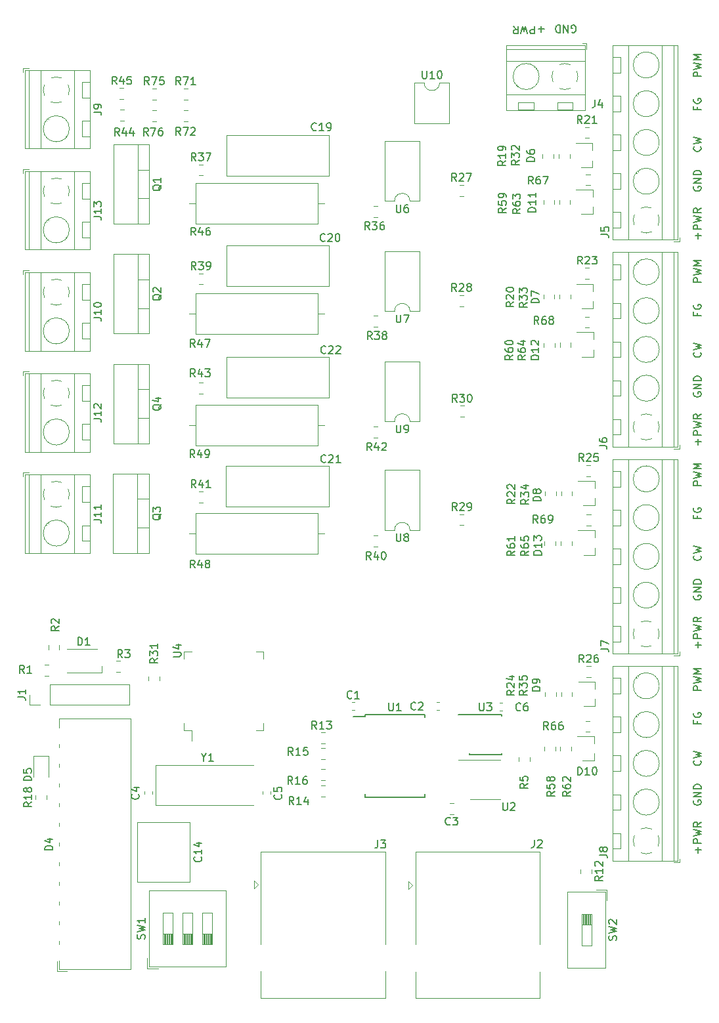
<source format=gbr>
G04 #@! TF.GenerationSoftware,KiCad,Pcbnew,(5.1.0)-1*
G04 #@! TF.CreationDate,2020-06-05T16:09:23+08:00*
G04 #@! TF.ProjectId,vibro_magnet,76696272-6f5f-46d6-9167-6e65742e6b69,rev?*
G04 #@! TF.SameCoordinates,Original*
G04 #@! TF.FileFunction,Legend,Top*
G04 #@! TF.FilePolarity,Positive*
%FSLAX46Y46*%
G04 Gerber Fmt 4.6, Leading zero omitted, Abs format (unit mm)*
G04 Created by KiCad (PCBNEW (5.1.0)-1) date 2020-06-05 16:09:23*
%MOMM*%
%LPD*%
G04 APERTURE LIST*
%ADD10C,0.150000*%
%ADD11C,0.120000*%
G04 APERTURE END LIST*
D10*
X148188571Y-133437142D02*
X148188571Y-133770476D01*
X148712380Y-133770476D02*
X147712380Y-133770476D01*
X147712380Y-133294285D01*
X147760000Y-132389523D02*
X147712380Y-132484761D01*
X147712380Y-132627619D01*
X147760000Y-132770476D01*
X147855238Y-132865714D01*
X147950476Y-132913333D01*
X148140952Y-132960952D01*
X148283809Y-132960952D01*
X148474285Y-132913333D01*
X148569523Y-132865714D01*
X148664761Y-132770476D01*
X148712380Y-132627619D01*
X148712380Y-132532380D01*
X148664761Y-132389523D01*
X148617142Y-132341904D01*
X148283809Y-132341904D01*
X148283809Y-132532380D01*
X148712380Y-129474761D02*
X147712380Y-129474761D01*
X147712380Y-129093809D01*
X147760000Y-128998571D01*
X147807619Y-128950952D01*
X147902857Y-128903333D01*
X148045714Y-128903333D01*
X148140952Y-128950952D01*
X148188571Y-128998571D01*
X148236190Y-129093809D01*
X148236190Y-129474761D01*
X147712380Y-128570000D02*
X148712380Y-128331904D01*
X147998095Y-128141428D01*
X148712380Y-127950952D01*
X147712380Y-127712857D01*
X148712380Y-127331904D02*
X147712380Y-127331904D01*
X148426666Y-126998571D01*
X147712380Y-126665238D01*
X148712380Y-126665238D01*
X148617142Y-138521904D02*
X148664761Y-138569523D01*
X148712380Y-138712380D01*
X148712380Y-138807619D01*
X148664761Y-138950476D01*
X148569523Y-139045714D01*
X148474285Y-139093333D01*
X148283809Y-139140952D01*
X148140952Y-139140952D01*
X147950476Y-139093333D01*
X147855238Y-139045714D01*
X147760000Y-138950476D01*
X147712380Y-138807619D01*
X147712380Y-138712380D01*
X147760000Y-138569523D01*
X147807619Y-138521904D01*
X147712380Y-138188571D02*
X148712380Y-137950476D01*
X147998095Y-137760000D01*
X148712380Y-137569523D01*
X147712380Y-137331428D01*
X148331428Y-150432380D02*
X148331428Y-149670476D01*
X148712380Y-150051428D02*
X147950476Y-150051428D01*
X148712380Y-149194285D02*
X147712380Y-149194285D01*
X147712380Y-148813333D01*
X147760000Y-148718095D01*
X147807619Y-148670476D01*
X147902857Y-148622857D01*
X148045714Y-148622857D01*
X148140952Y-148670476D01*
X148188571Y-148718095D01*
X148236190Y-148813333D01*
X148236190Y-149194285D01*
X147712380Y-148289523D02*
X148712380Y-148051428D01*
X147998095Y-147860952D01*
X148712380Y-147670476D01*
X147712380Y-147432380D01*
X148712380Y-146480000D02*
X148236190Y-146813333D01*
X148712380Y-147051428D02*
X147712380Y-147051428D01*
X147712380Y-146670476D01*
X147760000Y-146575238D01*
X147807619Y-146527619D01*
X147902857Y-146480000D01*
X148045714Y-146480000D01*
X148140952Y-146527619D01*
X148188571Y-146575238D01*
X148236190Y-146670476D01*
X148236190Y-147051428D01*
X147760000Y-143691904D02*
X147712380Y-143787142D01*
X147712380Y-143930000D01*
X147760000Y-144072857D01*
X147855238Y-144168095D01*
X147950476Y-144215714D01*
X148140952Y-144263333D01*
X148283809Y-144263333D01*
X148474285Y-144215714D01*
X148569523Y-144168095D01*
X148664761Y-144072857D01*
X148712380Y-143930000D01*
X148712380Y-143834761D01*
X148664761Y-143691904D01*
X148617142Y-143644285D01*
X148283809Y-143644285D01*
X148283809Y-143834761D01*
X148712380Y-143215714D02*
X147712380Y-143215714D01*
X148712380Y-142644285D01*
X147712380Y-142644285D01*
X148712380Y-142168095D02*
X147712380Y-142168095D01*
X147712380Y-141930000D01*
X147760000Y-141787142D01*
X147855238Y-141691904D01*
X147950476Y-141644285D01*
X148140952Y-141596666D01*
X148283809Y-141596666D01*
X148474285Y-141644285D01*
X148569523Y-141691904D01*
X148664761Y-141787142D01*
X148712380Y-141930000D01*
X148712380Y-142168095D01*
X148188571Y-106987142D02*
X148188571Y-107320476D01*
X148712380Y-107320476D02*
X147712380Y-107320476D01*
X147712380Y-106844285D01*
X147760000Y-105939523D02*
X147712380Y-106034761D01*
X147712380Y-106177619D01*
X147760000Y-106320476D01*
X147855238Y-106415714D01*
X147950476Y-106463333D01*
X148140952Y-106510952D01*
X148283809Y-106510952D01*
X148474285Y-106463333D01*
X148569523Y-106415714D01*
X148664761Y-106320476D01*
X148712380Y-106177619D01*
X148712380Y-106082380D01*
X148664761Y-105939523D01*
X148617142Y-105891904D01*
X148283809Y-105891904D01*
X148283809Y-106082380D01*
X148712380Y-103024761D02*
X147712380Y-103024761D01*
X147712380Y-102643809D01*
X147760000Y-102548571D01*
X147807619Y-102500952D01*
X147902857Y-102453333D01*
X148045714Y-102453333D01*
X148140952Y-102500952D01*
X148188571Y-102548571D01*
X148236190Y-102643809D01*
X148236190Y-103024761D01*
X147712380Y-102120000D02*
X148712380Y-101881904D01*
X147998095Y-101691428D01*
X148712380Y-101500952D01*
X147712380Y-101262857D01*
X148712380Y-100881904D02*
X147712380Y-100881904D01*
X148426666Y-100548571D01*
X147712380Y-100215238D01*
X148712380Y-100215238D01*
X148617142Y-112071904D02*
X148664761Y-112119523D01*
X148712380Y-112262380D01*
X148712380Y-112357619D01*
X148664761Y-112500476D01*
X148569523Y-112595714D01*
X148474285Y-112643333D01*
X148283809Y-112690952D01*
X148140952Y-112690952D01*
X147950476Y-112643333D01*
X147855238Y-112595714D01*
X147760000Y-112500476D01*
X147712380Y-112357619D01*
X147712380Y-112262380D01*
X147760000Y-112119523D01*
X147807619Y-112071904D01*
X147712380Y-111738571D02*
X148712380Y-111500476D01*
X147998095Y-111310000D01*
X148712380Y-111119523D01*
X147712380Y-110881428D01*
X148331428Y-123982380D02*
X148331428Y-123220476D01*
X148712380Y-123601428D02*
X147950476Y-123601428D01*
X148712380Y-122744285D02*
X147712380Y-122744285D01*
X147712380Y-122363333D01*
X147760000Y-122268095D01*
X147807619Y-122220476D01*
X147902857Y-122172857D01*
X148045714Y-122172857D01*
X148140952Y-122220476D01*
X148188571Y-122268095D01*
X148236190Y-122363333D01*
X148236190Y-122744285D01*
X147712380Y-121839523D02*
X148712380Y-121601428D01*
X147998095Y-121410952D01*
X148712380Y-121220476D01*
X147712380Y-120982380D01*
X148712380Y-120030000D02*
X148236190Y-120363333D01*
X148712380Y-120601428D02*
X147712380Y-120601428D01*
X147712380Y-120220476D01*
X147760000Y-120125238D01*
X147807619Y-120077619D01*
X147902857Y-120030000D01*
X148045714Y-120030000D01*
X148140952Y-120077619D01*
X148188571Y-120125238D01*
X148236190Y-120220476D01*
X148236190Y-120601428D01*
X147760000Y-117241904D02*
X147712380Y-117337142D01*
X147712380Y-117480000D01*
X147760000Y-117622857D01*
X147855238Y-117718095D01*
X147950476Y-117765714D01*
X148140952Y-117813333D01*
X148283809Y-117813333D01*
X148474285Y-117765714D01*
X148569523Y-117718095D01*
X148664761Y-117622857D01*
X148712380Y-117480000D01*
X148712380Y-117384761D01*
X148664761Y-117241904D01*
X148617142Y-117194285D01*
X148283809Y-117194285D01*
X148283809Y-117384761D01*
X148712380Y-116765714D02*
X147712380Y-116765714D01*
X148712380Y-116194285D01*
X147712380Y-116194285D01*
X148712380Y-115718095D02*
X147712380Y-115718095D01*
X147712380Y-115480000D01*
X147760000Y-115337142D01*
X147855238Y-115241904D01*
X147950476Y-115194285D01*
X148140952Y-115146666D01*
X148283809Y-115146666D01*
X148474285Y-115194285D01*
X148569523Y-115241904D01*
X148664761Y-115337142D01*
X148712380Y-115480000D01*
X148712380Y-115718095D01*
X148188571Y-80777142D02*
X148188571Y-81110476D01*
X148712380Y-81110476D02*
X147712380Y-81110476D01*
X147712380Y-80634285D01*
X147760000Y-79729523D02*
X147712380Y-79824761D01*
X147712380Y-79967619D01*
X147760000Y-80110476D01*
X147855238Y-80205714D01*
X147950476Y-80253333D01*
X148140952Y-80300952D01*
X148283809Y-80300952D01*
X148474285Y-80253333D01*
X148569523Y-80205714D01*
X148664761Y-80110476D01*
X148712380Y-79967619D01*
X148712380Y-79872380D01*
X148664761Y-79729523D01*
X148617142Y-79681904D01*
X148283809Y-79681904D01*
X148283809Y-79872380D01*
X148712380Y-76814761D02*
X147712380Y-76814761D01*
X147712380Y-76433809D01*
X147760000Y-76338571D01*
X147807619Y-76290952D01*
X147902857Y-76243333D01*
X148045714Y-76243333D01*
X148140952Y-76290952D01*
X148188571Y-76338571D01*
X148236190Y-76433809D01*
X148236190Y-76814761D01*
X147712380Y-75910000D02*
X148712380Y-75671904D01*
X147998095Y-75481428D01*
X148712380Y-75290952D01*
X147712380Y-75052857D01*
X148712380Y-74671904D02*
X147712380Y-74671904D01*
X148426666Y-74338571D01*
X147712380Y-74005238D01*
X148712380Y-74005238D01*
X148617142Y-85861904D02*
X148664761Y-85909523D01*
X148712380Y-86052380D01*
X148712380Y-86147619D01*
X148664761Y-86290476D01*
X148569523Y-86385714D01*
X148474285Y-86433333D01*
X148283809Y-86480952D01*
X148140952Y-86480952D01*
X147950476Y-86433333D01*
X147855238Y-86385714D01*
X147760000Y-86290476D01*
X147712380Y-86147619D01*
X147712380Y-86052380D01*
X147760000Y-85909523D01*
X147807619Y-85861904D01*
X147712380Y-85528571D02*
X148712380Y-85290476D01*
X147998095Y-85100000D01*
X148712380Y-84909523D01*
X147712380Y-84671428D01*
X148331428Y-97772380D02*
X148331428Y-97010476D01*
X148712380Y-97391428D02*
X147950476Y-97391428D01*
X148712380Y-96534285D02*
X147712380Y-96534285D01*
X147712380Y-96153333D01*
X147760000Y-96058095D01*
X147807619Y-96010476D01*
X147902857Y-95962857D01*
X148045714Y-95962857D01*
X148140952Y-96010476D01*
X148188571Y-96058095D01*
X148236190Y-96153333D01*
X148236190Y-96534285D01*
X147712380Y-95629523D02*
X148712380Y-95391428D01*
X147998095Y-95200952D01*
X148712380Y-95010476D01*
X147712380Y-94772380D01*
X148712380Y-93820000D02*
X148236190Y-94153333D01*
X148712380Y-94391428D02*
X147712380Y-94391428D01*
X147712380Y-94010476D01*
X147760000Y-93915238D01*
X147807619Y-93867619D01*
X147902857Y-93820000D01*
X148045714Y-93820000D01*
X148140952Y-93867619D01*
X148188571Y-93915238D01*
X148236190Y-94010476D01*
X148236190Y-94391428D01*
X147760000Y-91031904D02*
X147712380Y-91127142D01*
X147712380Y-91270000D01*
X147760000Y-91412857D01*
X147855238Y-91508095D01*
X147950476Y-91555714D01*
X148140952Y-91603333D01*
X148283809Y-91603333D01*
X148474285Y-91555714D01*
X148569523Y-91508095D01*
X148664761Y-91412857D01*
X148712380Y-91270000D01*
X148712380Y-91174761D01*
X148664761Y-91031904D01*
X148617142Y-90984285D01*
X148283809Y-90984285D01*
X148283809Y-91174761D01*
X148712380Y-90555714D02*
X147712380Y-90555714D01*
X148712380Y-89984285D01*
X147712380Y-89984285D01*
X148712380Y-89508095D02*
X147712380Y-89508095D01*
X147712380Y-89270000D01*
X147760000Y-89127142D01*
X147855238Y-89031904D01*
X147950476Y-88984285D01*
X148140952Y-88936666D01*
X148283809Y-88936666D01*
X148474285Y-88984285D01*
X148569523Y-89031904D01*
X148664761Y-89127142D01*
X148712380Y-89270000D01*
X148712380Y-89508095D01*
X148712380Y-50254761D02*
X147712380Y-50254761D01*
X147712380Y-49873809D01*
X147760000Y-49778571D01*
X147807619Y-49730952D01*
X147902857Y-49683333D01*
X148045714Y-49683333D01*
X148140952Y-49730952D01*
X148188571Y-49778571D01*
X148236190Y-49873809D01*
X148236190Y-50254761D01*
X147712380Y-49350000D02*
X148712380Y-49111904D01*
X147998095Y-48921428D01*
X148712380Y-48730952D01*
X147712380Y-48492857D01*
X148712380Y-48111904D02*
X147712380Y-48111904D01*
X148426666Y-47778571D01*
X147712380Y-47445238D01*
X148712380Y-47445238D01*
X148188571Y-54217142D02*
X148188571Y-54550476D01*
X148712380Y-54550476D02*
X147712380Y-54550476D01*
X147712380Y-54074285D01*
X147760000Y-53169523D02*
X147712380Y-53264761D01*
X147712380Y-53407619D01*
X147760000Y-53550476D01*
X147855238Y-53645714D01*
X147950476Y-53693333D01*
X148140952Y-53740952D01*
X148283809Y-53740952D01*
X148474285Y-53693333D01*
X148569523Y-53645714D01*
X148664761Y-53550476D01*
X148712380Y-53407619D01*
X148712380Y-53312380D01*
X148664761Y-53169523D01*
X148617142Y-53121904D01*
X148283809Y-53121904D01*
X148283809Y-53312380D01*
X148617142Y-59301904D02*
X148664761Y-59349523D01*
X148712380Y-59492380D01*
X148712380Y-59587619D01*
X148664761Y-59730476D01*
X148569523Y-59825714D01*
X148474285Y-59873333D01*
X148283809Y-59920952D01*
X148140952Y-59920952D01*
X147950476Y-59873333D01*
X147855238Y-59825714D01*
X147760000Y-59730476D01*
X147712380Y-59587619D01*
X147712380Y-59492380D01*
X147760000Y-59349523D01*
X147807619Y-59301904D01*
X147712380Y-58968571D02*
X148712380Y-58730476D01*
X147998095Y-58540000D01*
X148712380Y-58349523D01*
X147712380Y-58111428D01*
X148331428Y-71212380D02*
X148331428Y-70450476D01*
X148712380Y-70831428D02*
X147950476Y-70831428D01*
X148712380Y-69974285D02*
X147712380Y-69974285D01*
X147712380Y-69593333D01*
X147760000Y-69498095D01*
X147807619Y-69450476D01*
X147902857Y-69402857D01*
X148045714Y-69402857D01*
X148140952Y-69450476D01*
X148188571Y-69498095D01*
X148236190Y-69593333D01*
X148236190Y-69974285D01*
X147712380Y-69069523D02*
X148712380Y-68831428D01*
X147998095Y-68640952D01*
X148712380Y-68450476D01*
X147712380Y-68212380D01*
X148712380Y-67260000D02*
X148236190Y-67593333D01*
X148712380Y-67831428D02*
X147712380Y-67831428D01*
X147712380Y-67450476D01*
X147760000Y-67355238D01*
X147807619Y-67307619D01*
X147902857Y-67260000D01*
X148045714Y-67260000D01*
X148140952Y-67307619D01*
X148188571Y-67355238D01*
X148236190Y-67450476D01*
X148236190Y-67831428D01*
X147760000Y-64471904D02*
X147712380Y-64567142D01*
X147712380Y-64710000D01*
X147760000Y-64852857D01*
X147855238Y-64948095D01*
X147950476Y-64995714D01*
X148140952Y-65043333D01*
X148283809Y-65043333D01*
X148474285Y-64995714D01*
X148569523Y-64948095D01*
X148664761Y-64852857D01*
X148712380Y-64710000D01*
X148712380Y-64614761D01*
X148664761Y-64471904D01*
X148617142Y-64424285D01*
X148283809Y-64424285D01*
X148283809Y-64614761D01*
X148712380Y-63995714D02*
X147712380Y-63995714D01*
X148712380Y-63424285D01*
X147712380Y-63424285D01*
X148712380Y-62948095D02*
X147712380Y-62948095D01*
X147712380Y-62710000D01*
X147760000Y-62567142D01*
X147855238Y-62471904D01*
X147950476Y-62424285D01*
X148140952Y-62376666D01*
X148283809Y-62376666D01*
X148474285Y-62424285D01*
X148569523Y-62471904D01*
X148664761Y-62567142D01*
X148712380Y-62710000D01*
X148712380Y-62948095D01*
X132011904Y-44570000D02*
X132107142Y-44617619D01*
X132250000Y-44617619D01*
X132392857Y-44570000D01*
X132488095Y-44474761D01*
X132535714Y-44379523D01*
X132583333Y-44189047D01*
X132583333Y-44046190D01*
X132535714Y-43855714D01*
X132488095Y-43760476D01*
X132392857Y-43665238D01*
X132250000Y-43617619D01*
X132154761Y-43617619D01*
X132011904Y-43665238D01*
X131964285Y-43712857D01*
X131964285Y-44046190D01*
X132154761Y-44046190D01*
X131535714Y-43617619D02*
X131535714Y-44617619D01*
X130964285Y-43617619D01*
X130964285Y-44617619D01*
X130488095Y-43617619D02*
X130488095Y-44617619D01*
X130250000Y-44617619D01*
X130107142Y-44570000D01*
X130011904Y-44474761D01*
X129964285Y-44379523D01*
X129916666Y-44189047D01*
X129916666Y-44046190D01*
X129964285Y-43855714D01*
X130011904Y-43760476D01*
X130107142Y-43665238D01*
X130250000Y-43617619D01*
X130488095Y-43617619D01*
X128444380Y-44124571D02*
X127682476Y-44124571D01*
X128063428Y-43743619D02*
X128063428Y-44505523D01*
X127206285Y-43743619D02*
X127206285Y-44743619D01*
X126825333Y-44743619D01*
X126730095Y-44696000D01*
X126682476Y-44648380D01*
X126634857Y-44553142D01*
X126634857Y-44410285D01*
X126682476Y-44315047D01*
X126730095Y-44267428D01*
X126825333Y-44219809D01*
X127206285Y-44219809D01*
X126301523Y-44743619D02*
X126063428Y-43743619D01*
X125872952Y-44457904D01*
X125682476Y-43743619D01*
X125444380Y-44743619D01*
X124492000Y-43743619D02*
X124825333Y-44219809D01*
X125063428Y-43743619D02*
X125063428Y-44743619D01*
X124682476Y-44743619D01*
X124587238Y-44696000D01*
X124539619Y-44648380D01*
X124492000Y-44553142D01*
X124492000Y-44410285D01*
X124539619Y-44315047D01*
X124587238Y-44267428D01*
X124682476Y-44219809D01*
X125063428Y-44219809D01*
D11*
X145920000Y-124986666D02*
X145920000Y-124486666D01*
X145180000Y-124986666D02*
X145920000Y-124986666D01*
X137320000Y-101186666D02*
X138320000Y-101186666D01*
X137320000Y-103186666D02*
X138320000Y-103186666D01*
X138320000Y-103186666D02*
X138320000Y-101186666D01*
X137320000Y-103186666D02*
X137320000Y-101186666D01*
X142643000Y-103413666D02*
X142689000Y-103460666D01*
X140345000Y-101116666D02*
X140381000Y-101151666D01*
X142859000Y-103220666D02*
X142894000Y-103255666D01*
X140551000Y-100911666D02*
X140597000Y-100958666D01*
X137320000Y-106186666D02*
X138320000Y-106186666D01*
X137320000Y-108186666D02*
X138320000Y-108186666D01*
X138320000Y-108186666D02*
X138320000Y-106186666D01*
X137320000Y-108186666D02*
X137320000Y-106186666D01*
X142643000Y-108413666D02*
X142689000Y-108460666D01*
X140345000Y-106116666D02*
X140381000Y-106151666D01*
X142859000Y-108220666D02*
X142894000Y-108255666D01*
X140551000Y-105911666D02*
X140597000Y-105958666D01*
X137320000Y-111186666D02*
X138320000Y-111186666D01*
X137320000Y-113186666D02*
X138320000Y-113186666D01*
X138320000Y-113186666D02*
X138320000Y-111186666D01*
X137320000Y-113186666D02*
X137320000Y-111186666D01*
X142643000Y-113413666D02*
X142689000Y-113460666D01*
X140345000Y-111116666D02*
X140381000Y-111151666D01*
X142859000Y-113220666D02*
X142894000Y-113255666D01*
X140551000Y-110911666D02*
X140597000Y-110958666D01*
X137320000Y-116186666D02*
X138320000Y-116186666D01*
X137320000Y-118186666D02*
X138320000Y-118186666D01*
X138320000Y-118186666D02*
X138320000Y-116186666D01*
X137320000Y-118186666D02*
X137320000Y-116186666D01*
X142643000Y-118413666D02*
X142689000Y-118460666D01*
X140345000Y-116116666D02*
X140381000Y-116151666D01*
X142859000Y-118220666D02*
X142894000Y-118255666D01*
X140551000Y-115911666D02*
X140597000Y-115958666D01*
X137320000Y-121186666D02*
X138320000Y-121186666D01*
X137320000Y-123186666D02*
X138320000Y-123186666D01*
X138320000Y-123186666D02*
X138320000Y-121186666D01*
X137320000Y-123186666D02*
X137320000Y-121186666D01*
X137260000Y-99626666D02*
X145680000Y-99626666D01*
X137260000Y-124746666D02*
X145680000Y-124746666D01*
X145680000Y-124746666D02*
X145680000Y-99626666D01*
X137260000Y-124746666D02*
X137260000Y-99626666D01*
X139319000Y-124746666D02*
X139319000Y-99626666D01*
X143620000Y-124746666D02*
X143620000Y-99626666D01*
X145120000Y-124746666D02*
X145120000Y-99626666D01*
X143300000Y-102186666D02*
G75*
G03X143300000Y-102186666I-1680000J0D01*
G01*
X143300000Y-107186666D02*
G75*
G03X143300000Y-107186666I-1680000J0D01*
G01*
X143300000Y-112186666D02*
G75*
G03X143300000Y-112186666I-1680000J0D01*
G01*
X143300000Y-117186666D02*
G75*
G03X143300000Y-117186666I-1680000J0D01*
G01*
X143300253Y-122157861D02*
G75*
G02X143155000Y-122870666I-1680253J-28805D01*
G01*
X142303042Y-123722092D02*
G75*
G02X140936000Y-123721666I-683042J1535426D01*
G01*
X140084574Y-122869708D02*
G75*
G02X140085000Y-121502666I1535426J683042D01*
G01*
X140936958Y-120651240D02*
G75*
G02X142304000Y-120651666I683042J-1535426D01*
G01*
X143154756Y-121503348D02*
G75*
G02X143300000Y-122186666I-1534756J-683318D01*
G01*
X111855000Y-165750000D02*
X111855000Y-169190000D01*
X110979000Y-155108000D02*
X111487000Y-154600000D01*
X110979000Y-154092000D02*
X110979000Y-155108000D01*
X111487000Y-154600000D02*
X110979000Y-154092000D01*
X127875000Y-165750000D02*
X127875000Y-169190000D01*
X127875000Y-169190000D02*
X111855000Y-169190000D01*
X111855000Y-150320000D02*
X111855000Y-162250000D01*
X127875000Y-150320000D02*
X111855000Y-150320000D01*
X127875000Y-150320000D02*
X127875000Y-162250000D01*
X91935000Y-165710000D02*
X91935000Y-169150000D01*
X91059000Y-155068000D02*
X91567000Y-154560000D01*
X91059000Y-154052000D02*
X91059000Y-155068000D01*
X91567000Y-154560000D02*
X91059000Y-154052000D01*
X107955000Y-165710000D02*
X107955000Y-169150000D01*
X107955000Y-169150000D02*
X91935000Y-169150000D01*
X91935000Y-150280000D02*
X91935000Y-162210000D01*
X107955000Y-150280000D02*
X91935000Y-150280000D01*
X107955000Y-150280000D02*
X107955000Y-162210000D01*
X87454000Y-105730666D02*
X87454000Y-100490666D01*
X100694000Y-105730666D02*
X100694000Y-100490666D01*
X100694000Y-100490666D02*
X87454000Y-100490666D01*
X100694000Y-105730666D02*
X87454000Y-105730666D01*
X87474000Y-91708000D02*
X87474000Y-86468000D01*
X100714000Y-91708000D02*
X100714000Y-86468000D01*
X100714000Y-86468000D02*
X87474000Y-86468000D01*
X100714000Y-91708000D02*
X87474000Y-91708000D01*
X87474000Y-77321333D02*
X87474000Y-72081333D01*
X100714000Y-77321333D02*
X100714000Y-72081333D01*
X100714000Y-72081333D02*
X87474000Y-72081333D01*
X100714000Y-77321333D02*
X87474000Y-77321333D01*
X87474000Y-63056000D02*
X87474000Y-57816000D01*
X100714000Y-63056000D02*
X100714000Y-57816000D01*
X100714000Y-57816000D02*
X87474000Y-57816000D01*
X100714000Y-63056000D02*
X87474000Y-63056000D01*
X61250000Y-75293000D02*
X61250000Y-75793000D01*
X61990000Y-75293000D02*
X61250000Y-75293000D01*
X69850000Y-84093000D02*
X68850000Y-84093000D01*
X69850000Y-82093000D02*
X68850000Y-82093000D01*
X68850000Y-82093000D02*
X68850000Y-84093000D01*
X69850000Y-82093000D02*
X69850000Y-84093000D01*
X64527000Y-81866000D02*
X64481000Y-81819000D01*
X66825000Y-84163000D02*
X66789000Y-84128000D01*
X64311000Y-82059000D02*
X64276000Y-82024000D01*
X66619000Y-84368000D02*
X66573000Y-84321000D01*
X69850000Y-79093000D02*
X68850000Y-79093000D01*
X69850000Y-77093000D02*
X68850000Y-77093000D01*
X68850000Y-77093000D02*
X68850000Y-79093000D01*
X69850000Y-77093000D02*
X69850000Y-79093000D01*
X69910000Y-85653000D02*
X61490000Y-85653000D01*
X69910000Y-75533000D02*
X61490000Y-75533000D01*
X61490000Y-75533000D02*
X61490000Y-85653000D01*
X69910000Y-75533000D02*
X69910000Y-85653000D01*
X67851000Y-75533000D02*
X67851000Y-85653000D01*
X63550000Y-75533000D02*
X63550000Y-85653000D01*
X62050000Y-75533000D02*
X62050000Y-85653000D01*
X67230000Y-83093000D02*
G75*
G03X67230000Y-83093000I-1680000J0D01*
G01*
X63869747Y-78121805D02*
G75*
G02X64015000Y-77409000I1680253J28805D01*
G01*
X64866958Y-76557574D02*
G75*
G02X66234000Y-76558000I683042J-1535426D01*
G01*
X67085426Y-77409958D02*
G75*
G02X67085000Y-78777000I-1535426J-683042D01*
G01*
X66233042Y-79628426D02*
G75*
G02X64866000Y-79628000I-683042J1535426D01*
G01*
X64015244Y-78776318D02*
G75*
G02X63870000Y-78093000I1534756J683318D01*
G01*
X78350000Y-144250000D02*
X90950000Y-144250000D01*
X78350000Y-139150000D02*
X78350000Y-144250000D01*
X90950000Y-139150000D02*
X78350000Y-139150000D01*
X116236000Y-51080000D02*
X114986000Y-51080000D01*
X116236000Y-56280000D02*
X116236000Y-51080000D01*
X111736000Y-56280000D02*
X116236000Y-56280000D01*
X111736000Y-51080000D02*
X111736000Y-56280000D01*
X112986000Y-51080000D02*
X111736000Y-51080000D01*
X114986000Y-51080000D02*
G75*
G02X112986000Y-51080000I-1000000J0D01*
G01*
X107904000Y-94782000D02*
X109154000Y-94782000D01*
X107904000Y-87042000D02*
X107904000Y-94782000D01*
X112404000Y-87042000D02*
X107904000Y-87042000D01*
X112404000Y-94782000D02*
X112404000Y-87042000D01*
X111154000Y-94782000D02*
X112404000Y-94782000D01*
X109154000Y-94782000D02*
G75*
G02X111154000Y-94782000I1000000J0D01*
G01*
X107904000Y-108800000D02*
X109154000Y-108800000D01*
X107904000Y-101060000D02*
X107904000Y-108800000D01*
X112404000Y-101060000D02*
X107904000Y-101060000D01*
X112404000Y-108800000D02*
X112404000Y-101060000D01*
X111154000Y-108800000D02*
X112404000Y-108800000D01*
X109154000Y-108800000D02*
G75*
G02X111154000Y-108800000I1000000J0D01*
G01*
X107904000Y-80548000D02*
X109154000Y-80548000D01*
X107904000Y-72808000D02*
X107904000Y-80548000D01*
X112404000Y-72808000D02*
X107904000Y-72808000D01*
X112404000Y-80548000D02*
X112404000Y-72808000D01*
X111154000Y-80548000D02*
X112404000Y-80548000D01*
X109154000Y-80548000D02*
G75*
G02X111154000Y-80548000I1000000J0D01*
G01*
X107904000Y-66346000D02*
X109154000Y-66346000D01*
X107904000Y-58606000D02*
X107904000Y-66346000D01*
X112404000Y-58606000D02*
X107904000Y-58606000D01*
X112404000Y-66346000D02*
X112404000Y-58606000D01*
X111154000Y-66346000D02*
X112404000Y-66346000D01*
X109154000Y-66346000D02*
G75*
G02X111154000Y-66346000I1000000J0D01*
G01*
X82970000Y-134650000D02*
X82970000Y-135990000D01*
X82020000Y-134650000D02*
X82970000Y-134650000D01*
X82020000Y-133700000D02*
X82020000Y-134650000D01*
X82020000Y-124430000D02*
X82970000Y-124430000D01*
X82020000Y-125380000D02*
X82020000Y-124430000D01*
X92240000Y-134650000D02*
X91290000Y-134650000D01*
X92240000Y-133700000D02*
X92240000Y-134650000D01*
X92240000Y-124430000D02*
X91290000Y-124430000D01*
X92240000Y-125380000D02*
X92240000Y-124430000D01*
D10*
X118785000Y-132635000D02*
X117385000Y-132635000D01*
X118785000Y-137735000D02*
X122935000Y-137735000D01*
X118785000Y-132585000D02*
X122935000Y-132585000D01*
X118785000Y-137735000D02*
X118785000Y-137590000D01*
X122935000Y-137735000D02*
X122935000Y-137590000D01*
X122935000Y-132585000D02*
X122935000Y-132730000D01*
X118785000Y-132585000D02*
X118785000Y-132635000D01*
D11*
X120840000Y-138440000D02*
X117390000Y-138440000D01*
X120840000Y-138440000D02*
X122790000Y-138440000D01*
X120840000Y-143560000D02*
X118890000Y-143560000D01*
X120840000Y-143560000D02*
X122790000Y-143560000D01*
D10*
X105325000Y-132860000D02*
X103800000Y-132860000D01*
X105325000Y-143235000D02*
X113075000Y-143235000D01*
X105325000Y-132585000D02*
X113075000Y-132585000D01*
X105325000Y-143235000D02*
X105325000Y-142880000D01*
X113075000Y-143235000D02*
X113075000Y-142880000D01*
X113075000Y-132585000D02*
X113075000Y-132940000D01*
X105325000Y-132585000D02*
X105325000Y-132860000D01*
D11*
X134535000Y-159693333D02*
X133265000Y-159693333D01*
X133335000Y-158340000D02*
X133335000Y-159693333D01*
X133455000Y-158340000D02*
X133455000Y-159693333D01*
X133575000Y-158340000D02*
X133575000Y-159693333D01*
X133695000Y-158340000D02*
X133695000Y-159693333D01*
X133815000Y-158340000D02*
X133815000Y-159693333D01*
X133935000Y-158340000D02*
X133935000Y-159693333D01*
X134055000Y-158340000D02*
X134055000Y-159693333D01*
X134175000Y-158340000D02*
X134175000Y-159693333D01*
X134295000Y-158340000D02*
X134295000Y-159693333D01*
X134415000Y-158340000D02*
X134415000Y-159693333D01*
X134535000Y-162400000D02*
X134535000Y-158340000D01*
X133265000Y-162400000D02*
X134535000Y-162400000D01*
X133265000Y-158340000D02*
X133265000Y-162400000D01*
X134535000Y-158340000D02*
X133265000Y-158340000D01*
X136560000Y-155180000D02*
X135177000Y-155180000D01*
X136560000Y-155180000D02*
X136560000Y-156564000D01*
X136320000Y-165320000D02*
X131480000Y-165320000D01*
X136320000Y-155420000D02*
X131480000Y-155420000D01*
X131480000Y-155420000D02*
X131480000Y-165320000D01*
X136320000Y-155420000D02*
X136320000Y-165320000D01*
X84385000Y-160876667D02*
X85655000Y-160876667D01*
X85585000Y-162230000D02*
X85585000Y-160876667D01*
X85465000Y-162230000D02*
X85465000Y-160876667D01*
X85345000Y-162230000D02*
X85345000Y-160876667D01*
X85225000Y-162230000D02*
X85225000Y-160876667D01*
X85105000Y-162230000D02*
X85105000Y-160876667D01*
X84985000Y-162230000D02*
X84985000Y-160876667D01*
X84865000Y-162230000D02*
X84865000Y-160876667D01*
X84745000Y-162230000D02*
X84745000Y-160876667D01*
X84625000Y-162230000D02*
X84625000Y-160876667D01*
X84505000Y-162230000D02*
X84505000Y-160876667D01*
X84385000Y-158170000D02*
X84385000Y-162230000D01*
X85655000Y-158170000D02*
X84385000Y-158170000D01*
X85655000Y-162230000D02*
X85655000Y-158170000D01*
X84385000Y-162230000D02*
X85655000Y-162230000D01*
X81845000Y-160876667D02*
X83115000Y-160876667D01*
X83045000Y-162230000D02*
X83045000Y-160876667D01*
X82925000Y-162230000D02*
X82925000Y-160876667D01*
X82805000Y-162230000D02*
X82805000Y-160876667D01*
X82685000Y-162230000D02*
X82685000Y-160876667D01*
X82565000Y-162230000D02*
X82565000Y-160876667D01*
X82445000Y-162230000D02*
X82445000Y-160876667D01*
X82325000Y-162230000D02*
X82325000Y-160876667D01*
X82205000Y-162230000D02*
X82205000Y-160876667D01*
X82085000Y-162230000D02*
X82085000Y-160876667D01*
X81965000Y-162230000D02*
X81965000Y-160876667D01*
X81845000Y-158170000D02*
X81845000Y-162230000D01*
X83115000Y-158170000D02*
X81845000Y-158170000D01*
X83115000Y-162230000D02*
X83115000Y-158170000D01*
X81845000Y-162230000D02*
X83115000Y-162230000D01*
X79305000Y-160876667D02*
X80575000Y-160876667D01*
X80505000Y-162230000D02*
X80505000Y-160876667D01*
X80385000Y-162230000D02*
X80385000Y-160876667D01*
X80265000Y-162230000D02*
X80265000Y-160876667D01*
X80145000Y-162230000D02*
X80145000Y-160876667D01*
X80025000Y-162230000D02*
X80025000Y-160876667D01*
X79905000Y-162230000D02*
X79905000Y-160876667D01*
X79785000Y-162230000D02*
X79785000Y-160876667D01*
X79665000Y-162230000D02*
X79665000Y-160876667D01*
X79545000Y-162230000D02*
X79545000Y-160876667D01*
X79425000Y-162230000D02*
X79425000Y-160876667D01*
X79305000Y-158170000D02*
X79305000Y-162230000D01*
X80575000Y-158170000D02*
X79305000Y-158170000D01*
X80575000Y-162230000D02*
X80575000Y-158170000D01*
X79305000Y-162230000D02*
X80575000Y-162230000D01*
X77280000Y-165390000D02*
X78663000Y-165390000D01*
X77280000Y-165390000D02*
X77280000Y-164006000D01*
X77520000Y-155250000D02*
X87440000Y-155250000D01*
X77520000Y-165150000D02*
X87440000Y-165150000D01*
X87440000Y-165150000D02*
X87440000Y-155250000D01*
X77520000Y-165150000D02*
X77520000Y-155250000D01*
X100150000Y-95280000D02*
X99300000Y-95280000D01*
X82710000Y-95280000D02*
X83560000Y-95280000D01*
X99300000Y-92660000D02*
X83560000Y-92660000D01*
X99300000Y-97900000D02*
X99300000Y-92660000D01*
X83560000Y-97900000D02*
X99300000Y-97900000D01*
X83560000Y-92660000D02*
X83560000Y-97900000D01*
X100110000Y-109200000D02*
X99260000Y-109200000D01*
X82670000Y-109200000D02*
X83520000Y-109200000D01*
X99260000Y-106580000D02*
X83520000Y-106580000D01*
X99260000Y-111820000D02*
X99260000Y-106580000D01*
X83520000Y-111820000D02*
X99260000Y-111820000D01*
X83520000Y-106580000D02*
X83520000Y-111820000D01*
X100134000Y-80861333D02*
X99284000Y-80861333D01*
X82694000Y-80861333D02*
X83544000Y-80861333D01*
X99284000Y-78241333D02*
X83544000Y-78241333D01*
X99284000Y-83481333D02*
X99284000Y-78241333D01*
X83544000Y-83481333D02*
X99284000Y-83481333D01*
X83544000Y-78241333D02*
X83544000Y-83481333D01*
X100134000Y-66666000D02*
X99284000Y-66666000D01*
X82694000Y-66666000D02*
X83544000Y-66666000D01*
X99284000Y-64046000D02*
X83544000Y-64046000D01*
X99284000Y-69286000D02*
X99284000Y-64046000D01*
X83544000Y-69286000D02*
X99284000Y-69286000D01*
X83544000Y-64046000D02*
X83544000Y-69286000D01*
X73718748Y-53170000D02*
X74241252Y-53170000D01*
X73718748Y-51750000D02*
X74241252Y-51750000D01*
X73758748Y-55960000D02*
X74281252Y-55960000D01*
X73758748Y-54540000D02*
X74281252Y-54540000D01*
X83928748Y-91163332D02*
X84451252Y-91163332D01*
X83928748Y-89743332D02*
X84451252Y-89743332D01*
X106468748Y-96840000D02*
X106991252Y-96840000D01*
X106468748Y-95420000D02*
X106991252Y-95420000D01*
X83928748Y-105230000D02*
X84451252Y-105230000D01*
X83928748Y-103810000D02*
X84451252Y-103810000D01*
X106468748Y-110900000D02*
X106991252Y-110900000D01*
X106468748Y-109480000D02*
X106991252Y-109480000D01*
X83928748Y-77096666D02*
X84451252Y-77096666D01*
X83928748Y-75676666D02*
X84451252Y-75676666D01*
X106468748Y-82580000D02*
X106991252Y-82580000D01*
X106468748Y-81160000D02*
X106991252Y-81160000D01*
X83928748Y-63030000D02*
X84451252Y-63030000D01*
X83928748Y-61610000D02*
X84451252Y-61610000D01*
X106468748Y-68400000D02*
X106991252Y-68400000D01*
X106468748Y-66980000D02*
X106991252Y-66980000D01*
X77462000Y-127694748D02*
X77462000Y-128217252D01*
X78882000Y-127694748D02*
X78882000Y-128217252D01*
X117604748Y-94176000D02*
X118127252Y-94176000D01*
X117604748Y-92756000D02*
X118127252Y-92756000D01*
X117574748Y-108172000D02*
X118097252Y-108172000D01*
X117574748Y-106752000D02*
X118097252Y-106752000D01*
X117534748Y-79898000D02*
X118057252Y-79898000D01*
X117534748Y-78478000D02*
X118057252Y-78478000D01*
X117534748Y-65674000D02*
X118057252Y-65674000D01*
X117534748Y-64254000D02*
X118057252Y-64254000D01*
X133928748Y-127770000D02*
X134451252Y-127770000D01*
X133928748Y-126350000D02*
X134451252Y-126350000D01*
X133913748Y-101830000D02*
X134436252Y-101830000D01*
X133913748Y-100410000D02*
X134436252Y-100410000D01*
X128600000Y-129688748D02*
X128600000Y-130211252D01*
X130020000Y-129688748D02*
X130020000Y-130211252D01*
X133748748Y-76370000D02*
X134271252Y-76370000D01*
X133748748Y-74950000D02*
X134271252Y-74950000D01*
X128550000Y-103838748D02*
X128550000Y-104361252D01*
X129970000Y-103838748D02*
X129970000Y-104361252D01*
X133708748Y-58210000D02*
X134231252Y-58210000D01*
X133708748Y-56790000D02*
X134231252Y-56790000D01*
X128360000Y-78408748D02*
X128360000Y-78931252D01*
X129780000Y-78408748D02*
X129780000Y-78931252D01*
X128220000Y-60268748D02*
X128220000Y-60791252D01*
X129640000Y-60268748D02*
X129640000Y-60791252D01*
X64280000Y-143521252D02*
X64280000Y-142998748D01*
X62860000Y-143521252D02*
X62860000Y-142998748D01*
X100221252Y-139660000D02*
X99698748Y-139660000D01*
X100221252Y-141080000D02*
X99698748Y-141080000D01*
X100221252Y-136960000D02*
X99698748Y-136960000D01*
X100221252Y-138380000D02*
X99698748Y-138380000D01*
X100221252Y-141740000D02*
X99698748Y-141740000D01*
X100221252Y-143160000D02*
X99698748Y-143160000D01*
X100221252Y-134920000D02*
X99698748Y-134920000D01*
X100221252Y-136340000D02*
X99698748Y-136340000D01*
X133170000Y-152553748D02*
X133170000Y-153076252D01*
X134590000Y-152553748D02*
X134590000Y-153076252D01*
X125214000Y-138108748D02*
X125214000Y-138631252D01*
X126634000Y-138108748D02*
X126634000Y-138631252D01*
X73761252Y-125660000D02*
X73238748Y-125660000D01*
X73761252Y-127080000D02*
X73238748Y-127080000D01*
X64530000Y-123663748D02*
X64530000Y-124186252D01*
X65950000Y-123663748D02*
X65950000Y-124186252D01*
X64068748Y-127590000D02*
X64591252Y-127590000D01*
X64068748Y-126170000D02*
X64591252Y-126170000D01*
X77546000Y-94337000D02*
X76036000Y-94337000D01*
X77546000Y-90636000D02*
X76036000Y-90636000D01*
X76036000Y-87366000D02*
X76036000Y-97606000D01*
X77546000Y-97606000D02*
X72905000Y-97606000D01*
X77546000Y-87366000D02*
X72905000Y-87366000D01*
X72905000Y-87366000D02*
X72905000Y-97606000D01*
X77546000Y-87366000D02*
X77546000Y-97606000D01*
X77526000Y-108466332D02*
X76016000Y-108466332D01*
X77526000Y-104765332D02*
X76016000Y-104765332D01*
X76016000Y-101495332D02*
X76016000Y-111735332D01*
X77526000Y-111735332D02*
X72885000Y-111735332D01*
X77526000Y-101495332D02*
X72885000Y-101495332D01*
X72885000Y-101495332D02*
X72885000Y-111735332D01*
X77526000Y-101495332D02*
X77526000Y-111735332D01*
X77546000Y-80163666D02*
X76036000Y-80163666D01*
X77546000Y-76462666D02*
X76036000Y-76462666D01*
X76036000Y-73192666D02*
X76036000Y-83432666D01*
X77546000Y-83432666D02*
X72905000Y-83432666D01*
X77546000Y-73192666D02*
X72905000Y-73192666D01*
X72905000Y-73192666D02*
X72905000Y-83432666D01*
X77546000Y-73192666D02*
X77546000Y-83432666D01*
X77546000Y-66005000D02*
X76036000Y-66005000D01*
X77546000Y-62304000D02*
X76036000Y-62304000D01*
X76036000Y-59034000D02*
X76036000Y-69274000D01*
X77546000Y-69274000D02*
X72905000Y-69274000D01*
X77546000Y-59034000D02*
X72905000Y-59034000D01*
X72905000Y-59034000D02*
X72905000Y-69274000D01*
X77546000Y-59034000D02*
X77546000Y-69274000D01*
X61250000Y-101376000D02*
X61250000Y-101876000D01*
X61990000Y-101376000D02*
X61250000Y-101376000D01*
X69850000Y-110176000D02*
X68850000Y-110176000D01*
X69850000Y-108176000D02*
X68850000Y-108176000D01*
X68850000Y-108176000D02*
X68850000Y-110176000D01*
X69850000Y-108176000D02*
X69850000Y-110176000D01*
X64527000Y-107949000D02*
X64481000Y-107902000D01*
X66825000Y-110246000D02*
X66789000Y-110211000D01*
X64311000Y-108142000D02*
X64276000Y-108107000D01*
X66619000Y-110451000D02*
X66573000Y-110404000D01*
X69850000Y-105176000D02*
X68850000Y-105176000D01*
X69850000Y-103176000D02*
X68850000Y-103176000D01*
X68850000Y-103176000D02*
X68850000Y-105176000D01*
X69850000Y-103176000D02*
X69850000Y-105176000D01*
X69910000Y-111736000D02*
X61490000Y-111736000D01*
X69910000Y-101616000D02*
X61490000Y-101616000D01*
X61490000Y-101616000D02*
X61490000Y-111736000D01*
X69910000Y-101616000D02*
X69910000Y-111736000D01*
X67851000Y-101616000D02*
X67851000Y-111736000D01*
X63550000Y-101616000D02*
X63550000Y-111736000D01*
X62050000Y-101616000D02*
X62050000Y-111736000D01*
X67230000Y-109176000D02*
G75*
G03X67230000Y-109176000I-1680000J0D01*
G01*
X63869747Y-104204805D02*
G75*
G02X64015000Y-103492000I1680253J28805D01*
G01*
X64866958Y-102640574D02*
G75*
G02X66234000Y-102641000I683042J-1535426D01*
G01*
X67085426Y-103492958D02*
G75*
G02X67085000Y-104860000I-1535426J-683042D01*
G01*
X66233042Y-105711426D02*
G75*
G02X64866000Y-105711000I-683042J1535426D01*
G01*
X64015244Y-104859318D02*
G75*
G02X63870000Y-104176000I1534756J683318D01*
G01*
X61250000Y-88334500D02*
X61250000Y-88834500D01*
X61990000Y-88334500D02*
X61250000Y-88334500D01*
X69850000Y-97134500D02*
X68850000Y-97134500D01*
X69850000Y-95134500D02*
X68850000Y-95134500D01*
X68850000Y-95134500D02*
X68850000Y-97134500D01*
X69850000Y-95134500D02*
X69850000Y-97134500D01*
X64527000Y-94907500D02*
X64481000Y-94860500D01*
X66825000Y-97204500D02*
X66789000Y-97169500D01*
X64311000Y-95100500D02*
X64276000Y-95065500D01*
X66619000Y-97409500D02*
X66573000Y-97362500D01*
X69850000Y-92134500D02*
X68850000Y-92134500D01*
X69850000Y-90134500D02*
X68850000Y-90134500D01*
X68850000Y-90134500D02*
X68850000Y-92134500D01*
X69850000Y-90134500D02*
X69850000Y-92134500D01*
X69910000Y-98694500D02*
X61490000Y-98694500D01*
X69910000Y-88574500D02*
X61490000Y-88574500D01*
X61490000Y-88574500D02*
X61490000Y-98694500D01*
X69910000Y-88574500D02*
X69910000Y-98694500D01*
X67851000Y-88574500D02*
X67851000Y-98694500D01*
X63550000Y-88574500D02*
X63550000Y-98694500D01*
X62050000Y-88574500D02*
X62050000Y-98694500D01*
X67230000Y-96134500D02*
G75*
G03X67230000Y-96134500I-1680000J0D01*
G01*
X63869747Y-91163305D02*
G75*
G02X64015000Y-90450500I1680253J28805D01*
G01*
X64866958Y-89599074D02*
G75*
G02X66234000Y-89599500I683042J-1535426D01*
G01*
X67085426Y-90451458D02*
G75*
G02X67085000Y-91818500I-1535426J-683042D01*
G01*
X66233042Y-92669926D02*
G75*
G02X64866000Y-92669500I-683042J1535426D01*
G01*
X64015244Y-91817818D02*
G75*
G02X63870000Y-91134500I1534756J683318D01*
G01*
X145920000Y-151690000D02*
X145920000Y-151190000D01*
X145180000Y-151690000D02*
X145920000Y-151690000D01*
X137320000Y-127890000D02*
X138320000Y-127890000D01*
X137320000Y-129890000D02*
X138320000Y-129890000D01*
X138320000Y-129890000D02*
X138320000Y-127890000D01*
X137320000Y-129890000D02*
X137320000Y-127890000D01*
X142643000Y-130117000D02*
X142689000Y-130164000D01*
X140345000Y-127820000D02*
X140381000Y-127855000D01*
X142859000Y-129924000D02*
X142894000Y-129959000D01*
X140551000Y-127615000D02*
X140597000Y-127662000D01*
X137320000Y-132890000D02*
X138320000Y-132890000D01*
X137320000Y-134890000D02*
X138320000Y-134890000D01*
X138320000Y-134890000D02*
X138320000Y-132890000D01*
X137320000Y-134890000D02*
X137320000Y-132890000D01*
X142643000Y-135117000D02*
X142689000Y-135164000D01*
X140345000Y-132820000D02*
X140381000Y-132855000D01*
X142859000Y-134924000D02*
X142894000Y-134959000D01*
X140551000Y-132615000D02*
X140597000Y-132662000D01*
X137320000Y-137890000D02*
X138320000Y-137890000D01*
X137320000Y-139890000D02*
X138320000Y-139890000D01*
X138320000Y-139890000D02*
X138320000Y-137890000D01*
X137320000Y-139890000D02*
X137320000Y-137890000D01*
X142643000Y-140117000D02*
X142689000Y-140164000D01*
X140345000Y-137820000D02*
X140381000Y-137855000D01*
X142859000Y-139924000D02*
X142894000Y-139959000D01*
X140551000Y-137615000D02*
X140597000Y-137662000D01*
X137320000Y-142890000D02*
X138320000Y-142890000D01*
X137320000Y-144890000D02*
X138320000Y-144890000D01*
X138320000Y-144890000D02*
X138320000Y-142890000D01*
X137320000Y-144890000D02*
X137320000Y-142890000D01*
X142643000Y-145117000D02*
X142689000Y-145164000D01*
X140345000Y-142820000D02*
X140381000Y-142855000D01*
X142859000Y-144924000D02*
X142894000Y-144959000D01*
X140551000Y-142615000D02*
X140597000Y-142662000D01*
X137320000Y-147890000D02*
X138320000Y-147890000D01*
X137320000Y-149890000D02*
X138320000Y-149890000D01*
X138320000Y-149890000D02*
X138320000Y-147890000D01*
X137320000Y-149890000D02*
X137320000Y-147890000D01*
X137260000Y-126330000D02*
X145680000Y-126330000D01*
X137260000Y-151450000D02*
X145680000Y-151450000D01*
X145680000Y-151450000D02*
X145680000Y-126330000D01*
X137260000Y-151450000D02*
X137260000Y-126330000D01*
X139319000Y-151450000D02*
X139319000Y-126330000D01*
X143620000Y-151450000D02*
X143620000Y-126330000D01*
X145120000Y-151450000D02*
X145120000Y-126330000D01*
X143300000Y-128890000D02*
G75*
G03X143300000Y-128890000I-1680000J0D01*
G01*
X143300000Y-133890000D02*
G75*
G03X143300000Y-133890000I-1680000J0D01*
G01*
X143300000Y-138890000D02*
G75*
G03X143300000Y-138890000I-1680000J0D01*
G01*
X143300000Y-143890000D02*
G75*
G03X143300000Y-143890000I-1680000J0D01*
G01*
X143300253Y-148861195D02*
G75*
G02X143155000Y-149574000I-1680253J-28805D01*
G01*
X142303042Y-150425426D02*
G75*
G02X140936000Y-150425000I-683042J1535426D01*
G01*
X140084574Y-149573042D02*
G75*
G02X140085000Y-148206000I1535426J683042D01*
G01*
X140936958Y-147354574D02*
G75*
G02X142304000Y-147355000I683042J-1535426D01*
G01*
X143154756Y-148206682D02*
G75*
G02X143300000Y-148890000I-1534756J-683318D01*
G01*
X145920000Y-98283333D02*
X145920000Y-97783333D01*
X145180000Y-98283333D02*
X145920000Y-98283333D01*
X137320000Y-74483333D02*
X138320000Y-74483333D01*
X137320000Y-76483333D02*
X138320000Y-76483333D01*
X138320000Y-76483333D02*
X138320000Y-74483333D01*
X137320000Y-76483333D02*
X137320000Y-74483333D01*
X142643000Y-76710333D02*
X142689000Y-76757333D01*
X140345000Y-74413333D02*
X140381000Y-74448333D01*
X142859000Y-76517333D02*
X142894000Y-76552333D01*
X140551000Y-74208333D02*
X140597000Y-74255333D01*
X137320000Y-79483333D02*
X138320000Y-79483333D01*
X137320000Y-81483333D02*
X138320000Y-81483333D01*
X138320000Y-81483333D02*
X138320000Y-79483333D01*
X137320000Y-81483333D02*
X137320000Y-79483333D01*
X142643000Y-81710333D02*
X142689000Y-81757333D01*
X140345000Y-79413333D02*
X140381000Y-79448333D01*
X142859000Y-81517333D02*
X142894000Y-81552333D01*
X140551000Y-79208333D02*
X140597000Y-79255333D01*
X137320000Y-84483333D02*
X138320000Y-84483333D01*
X137320000Y-86483333D02*
X138320000Y-86483333D01*
X138320000Y-86483333D02*
X138320000Y-84483333D01*
X137320000Y-86483333D02*
X137320000Y-84483333D01*
X142643000Y-86710333D02*
X142689000Y-86757333D01*
X140345000Y-84413333D02*
X140381000Y-84448333D01*
X142859000Y-86517333D02*
X142894000Y-86552333D01*
X140551000Y-84208333D02*
X140597000Y-84255333D01*
X137320000Y-89483333D02*
X138320000Y-89483333D01*
X137320000Y-91483333D02*
X138320000Y-91483333D01*
X138320000Y-91483333D02*
X138320000Y-89483333D01*
X137320000Y-91483333D02*
X137320000Y-89483333D01*
X142643000Y-91710333D02*
X142689000Y-91757333D01*
X140345000Y-89413333D02*
X140381000Y-89448333D01*
X142859000Y-91517333D02*
X142894000Y-91552333D01*
X140551000Y-89208333D02*
X140597000Y-89255333D01*
X137320000Y-94483333D02*
X138320000Y-94483333D01*
X137320000Y-96483333D02*
X138320000Y-96483333D01*
X138320000Y-96483333D02*
X138320000Y-94483333D01*
X137320000Y-96483333D02*
X137320000Y-94483333D01*
X137260000Y-72923333D02*
X145680000Y-72923333D01*
X137260000Y-98043333D02*
X145680000Y-98043333D01*
X145680000Y-98043333D02*
X145680000Y-72923333D01*
X137260000Y-98043333D02*
X137260000Y-72923333D01*
X139319000Y-98043333D02*
X139319000Y-72923333D01*
X143620000Y-98043333D02*
X143620000Y-72923333D01*
X145120000Y-98043333D02*
X145120000Y-72923333D01*
X143300000Y-75483333D02*
G75*
G03X143300000Y-75483333I-1680000J0D01*
G01*
X143300000Y-80483333D02*
G75*
G03X143300000Y-80483333I-1680000J0D01*
G01*
X143300000Y-85483333D02*
G75*
G03X143300000Y-85483333I-1680000J0D01*
G01*
X143300000Y-90483333D02*
G75*
G03X143300000Y-90483333I-1680000J0D01*
G01*
X143300253Y-95454528D02*
G75*
G02X143155000Y-96167333I-1680253J-28805D01*
G01*
X142303042Y-97018759D02*
G75*
G02X140936000Y-97018333I-683042J1535426D01*
G01*
X140084574Y-96166375D02*
G75*
G02X140085000Y-94799333I1535426J683042D01*
G01*
X140936958Y-93947907D02*
G75*
G02X142304000Y-93948333I683042J-1535426D01*
G01*
X143154756Y-94800015D02*
G75*
G02X143300000Y-95483333I-1534756J-683318D01*
G01*
X145920000Y-71580000D02*
X145920000Y-71080000D01*
X145180000Y-71580000D02*
X145920000Y-71580000D01*
X137320000Y-47780000D02*
X138320000Y-47780000D01*
X137320000Y-49780000D02*
X138320000Y-49780000D01*
X138320000Y-49780000D02*
X138320000Y-47780000D01*
X137320000Y-49780000D02*
X137320000Y-47780000D01*
X142643000Y-50007000D02*
X142689000Y-50054000D01*
X140345000Y-47710000D02*
X140381000Y-47745000D01*
X142859000Y-49814000D02*
X142894000Y-49849000D01*
X140551000Y-47505000D02*
X140597000Y-47552000D01*
X137320000Y-52780000D02*
X138320000Y-52780000D01*
X137320000Y-54780000D02*
X138320000Y-54780000D01*
X138320000Y-54780000D02*
X138320000Y-52780000D01*
X137320000Y-54780000D02*
X137320000Y-52780000D01*
X142643000Y-55007000D02*
X142689000Y-55054000D01*
X140345000Y-52710000D02*
X140381000Y-52745000D01*
X142859000Y-54814000D02*
X142894000Y-54849000D01*
X140551000Y-52505000D02*
X140597000Y-52552000D01*
X137320000Y-57780000D02*
X138320000Y-57780000D01*
X137320000Y-59780000D02*
X138320000Y-59780000D01*
X138320000Y-59780000D02*
X138320000Y-57780000D01*
X137320000Y-59780000D02*
X137320000Y-57780000D01*
X142643000Y-60007000D02*
X142689000Y-60054000D01*
X140345000Y-57710000D02*
X140381000Y-57745000D01*
X142859000Y-59814000D02*
X142894000Y-59849000D01*
X140551000Y-57505000D02*
X140597000Y-57552000D01*
X137320000Y-62780000D02*
X138320000Y-62780000D01*
X137320000Y-64780000D02*
X138320000Y-64780000D01*
X138320000Y-64780000D02*
X138320000Y-62780000D01*
X137320000Y-64780000D02*
X137320000Y-62780000D01*
X142643000Y-65007000D02*
X142689000Y-65054000D01*
X140345000Y-62710000D02*
X140381000Y-62745000D01*
X142859000Y-64814000D02*
X142894000Y-64849000D01*
X140551000Y-62505000D02*
X140597000Y-62552000D01*
X137320000Y-67780000D02*
X138320000Y-67780000D01*
X137320000Y-69780000D02*
X138320000Y-69780000D01*
X138320000Y-69780000D02*
X138320000Y-67780000D01*
X137320000Y-69780000D02*
X137320000Y-67780000D01*
X137260000Y-46220000D02*
X145680000Y-46220000D01*
X137260000Y-71340000D02*
X145680000Y-71340000D01*
X145680000Y-71340000D02*
X145680000Y-46220000D01*
X137260000Y-71340000D02*
X137260000Y-46220000D01*
X139319000Y-71340000D02*
X139319000Y-46220000D01*
X143620000Y-71340000D02*
X143620000Y-46220000D01*
X145120000Y-71340000D02*
X145120000Y-46220000D01*
X143300000Y-48780000D02*
G75*
G03X143300000Y-48780000I-1680000J0D01*
G01*
X143300000Y-53780000D02*
G75*
G03X143300000Y-53780000I-1680000J0D01*
G01*
X143300000Y-58780000D02*
G75*
G03X143300000Y-58780000I-1680000J0D01*
G01*
X143300000Y-63780000D02*
G75*
G03X143300000Y-63780000I-1680000J0D01*
G01*
X143300253Y-68751195D02*
G75*
G02X143155000Y-69464000I-1680253J-28805D01*
G01*
X142303042Y-70315426D02*
G75*
G02X140936000Y-70315000I-683042J1535426D01*
G01*
X140084574Y-69463042D02*
G75*
G02X140085000Y-68096000I1535426J683042D01*
G01*
X140936958Y-67244574D02*
G75*
G02X142304000Y-67245000I683042J-1535426D01*
G01*
X143154756Y-68096682D02*
G75*
G02X143300000Y-68780000I-1534756J-683318D01*
G01*
X133930000Y-45970000D02*
X133430000Y-45970000D01*
X133930000Y-46710000D02*
X133930000Y-45970000D01*
X125130000Y-54570000D02*
X125130000Y-53570000D01*
X127130000Y-54570000D02*
X127130000Y-53570000D01*
X127130000Y-53570000D02*
X125130000Y-53570000D01*
X127130000Y-54570000D02*
X125130000Y-54570000D01*
X127357000Y-49247000D02*
X127404000Y-49201000D01*
X125060000Y-51545000D02*
X125095000Y-51509000D01*
X127164000Y-49031000D02*
X127199000Y-48996000D01*
X124855000Y-51339000D02*
X124902000Y-51293000D01*
X130130000Y-54570000D02*
X130130000Y-53570000D01*
X132130000Y-54570000D02*
X132130000Y-53570000D01*
X132130000Y-53570000D02*
X130130000Y-53570000D01*
X132130000Y-54570000D02*
X130130000Y-54570000D01*
X123570000Y-54630000D02*
X123570000Y-46210000D01*
X133690000Y-54630000D02*
X133690000Y-46210000D01*
X133690000Y-46210000D02*
X123570000Y-46210000D01*
X133690000Y-54630000D02*
X123570000Y-54630000D01*
X133690000Y-52571000D02*
X123570000Y-52571000D01*
X133690000Y-48270000D02*
X123570000Y-48270000D01*
X133690000Y-46770000D02*
X123570000Y-46770000D01*
X127810000Y-50270000D02*
G75*
G03X127810000Y-50270000I-1680000J0D01*
G01*
X131101195Y-48589747D02*
G75*
G02X131814000Y-48735000I28805J-1680253D01*
G01*
X132665426Y-49586958D02*
G75*
G02X132665000Y-50954000I-1535426J-683042D01*
G01*
X131813042Y-51805426D02*
G75*
G02X130446000Y-51805000I-683042J1535426D01*
G01*
X129594574Y-50953042D02*
G75*
G02X129595000Y-49586000I1535426J683042D01*
G01*
X130446682Y-48735244D02*
G75*
G02X131130000Y-48590000I683318J-1534756D01*
G01*
X62120000Y-131350000D02*
X62120000Y-130020000D01*
X63450000Y-131350000D02*
X62120000Y-131350000D01*
X64720000Y-131350000D02*
X64720000Y-128690000D01*
X64720000Y-128690000D02*
X74940000Y-128690000D01*
X64720000Y-131350000D02*
X74940000Y-131350000D01*
X74940000Y-131350000D02*
X74940000Y-128690000D01*
X135010000Y-131500000D02*
X133550000Y-131500000D01*
X135010000Y-128340000D02*
X132850000Y-128340000D01*
X135010000Y-128340000D02*
X135010000Y-129270000D01*
X135010000Y-131500000D02*
X135010000Y-130570000D01*
X134960000Y-105610000D02*
X133500000Y-105610000D01*
X134960000Y-102450000D02*
X132800000Y-102450000D01*
X134960000Y-102450000D02*
X134960000Y-103380000D01*
X134960000Y-105610000D02*
X134960000Y-104680000D01*
X134760000Y-80180000D02*
X133300000Y-80180000D01*
X134760000Y-77020000D02*
X132600000Y-77020000D01*
X134760000Y-77020000D02*
X134760000Y-77950000D01*
X134760000Y-80180000D02*
X134760000Y-79250000D01*
X134690000Y-62030000D02*
X133230000Y-62030000D01*
X134690000Y-58870000D02*
X132530000Y-58870000D01*
X134690000Y-58870000D02*
X134690000Y-59800000D01*
X134690000Y-62030000D02*
X134690000Y-61100000D01*
X62620000Y-137925000D02*
X62620000Y-140610000D01*
X64540000Y-137925000D02*
X62620000Y-137925000D01*
X64540000Y-140610000D02*
X64540000Y-137925000D01*
X65681000Y-165711000D02*
X65681000Y-164471000D01*
X66921000Y-165711000D02*
X65681000Y-165711000D01*
X65920000Y-133150000D02*
X75141000Y-133150000D01*
X65920000Y-165470000D02*
X75141000Y-165470000D01*
X75141000Y-165470000D02*
X75141000Y-133150000D01*
X65920000Y-134300000D02*
X65920000Y-133150000D01*
X65920000Y-136840000D02*
X65920000Y-136440000D01*
X65920000Y-139380000D02*
X65920000Y-138980000D01*
X65920000Y-141920000D02*
X65920000Y-141520000D01*
X65920000Y-144460000D02*
X65920000Y-144060000D01*
X65920000Y-147000000D02*
X65920000Y-146600000D01*
X65920000Y-149540000D02*
X65920000Y-149140000D01*
X65920000Y-152080000D02*
X65920000Y-151680000D01*
X65920000Y-154620000D02*
X65920000Y-154220000D01*
X65920000Y-157160000D02*
X65920000Y-156759000D01*
X65920000Y-159700000D02*
X65920000Y-159300000D01*
X65920000Y-162240000D02*
X65920000Y-161839000D01*
X65920000Y-165470000D02*
X65920000Y-164380000D01*
X70860000Y-124150000D02*
X66960000Y-124150000D01*
X71410044Y-127150000D02*
X66960000Y-127150000D01*
X71410000Y-126350000D02*
X71410000Y-127150000D01*
X82720000Y-154190000D02*
X75980000Y-154190000D01*
X82720000Y-146450000D02*
X75980000Y-146450000D01*
X75980000Y-146450000D02*
X75980000Y-154190000D01*
X82720000Y-146450000D02*
X82720000Y-154190000D01*
X123101267Y-131080000D02*
X122758733Y-131080000D01*
X123101267Y-132100000D02*
X122758733Y-132100000D01*
X93160000Y-142850779D02*
X93160000Y-142525221D01*
X92140000Y-142850779D02*
X92140000Y-142525221D01*
X76900000Y-142525221D02*
X76900000Y-142850779D01*
X77920000Y-142525221D02*
X77920000Y-142850779D01*
X116778252Y-144040000D02*
X116255748Y-144040000D01*
X116778252Y-145460000D02*
X116255748Y-145460000D01*
X114576733Y-132022000D02*
X114919267Y-132022000D01*
X114576733Y-131002000D02*
X114919267Y-131002000D01*
X103654733Y-132022000D02*
X103997267Y-132022000D01*
X103654733Y-131002000D02*
X103997267Y-131002000D01*
X130350000Y-60268748D02*
X130350000Y-60791252D01*
X131770000Y-60268748D02*
X131770000Y-60791252D01*
X130440000Y-78398748D02*
X130440000Y-78921252D01*
X131860000Y-78398748D02*
X131860000Y-78921252D01*
X130640000Y-103838748D02*
X130640000Y-104361252D01*
X132060000Y-103838748D02*
X132060000Y-104361252D01*
X130650000Y-129688748D02*
X130650000Y-130211252D01*
X132070000Y-129688748D02*
X132070000Y-130211252D01*
X134890000Y-138530000D02*
X133430000Y-138530000D01*
X134890000Y-135370000D02*
X132730000Y-135370000D01*
X134890000Y-135370000D02*
X134890000Y-136300000D01*
X134890000Y-138530000D02*
X134890000Y-137600000D01*
X134720000Y-68040000D02*
X133260000Y-68040000D01*
X134720000Y-64880000D02*
X132560000Y-64880000D01*
X134720000Y-64880000D02*
X134720000Y-65810000D01*
X134720000Y-68040000D02*
X134720000Y-67110000D01*
X134800000Y-86420000D02*
X133340000Y-86420000D01*
X134800000Y-83260000D02*
X132640000Y-83260000D01*
X134800000Y-83260000D02*
X134800000Y-84190000D01*
X134800000Y-86420000D02*
X134800000Y-85490000D01*
X134990000Y-112000000D02*
X133530000Y-112000000D01*
X134990000Y-108840000D02*
X132830000Y-108840000D01*
X134990000Y-108840000D02*
X134990000Y-109770000D01*
X134990000Y-112000000D02*
X134990000Y-111070000D01*
X128490000Y-136758748D02*
X128490000Y-137281252D01*
X129910000Y-136758748D02*
X129910000Y-137281252D01*
X128370000Y-66248748D02*
X128370000Y-66771252D01*
X129790000Y-66248748D02*
X129790000Y-66771252D01*
X128410000Y-84638748D02*
X128410000Y-85161252D01*
X129830000Y-84638748D02*
X129830000Y-85161252D01*
X128510000Y-110218748D02*
X128510000Y-110741252D01*
X129930000Y-110218748D02*
X129930000Y-110741252D01*
X130530000Y-136748748D02*
X130530000Y-137271252D01*
X131950000Y-136748748D02*
X131950000Y-137271252D01*
X130400000Y-66248748D02*
X130400000Y-66771252D01*
X131820000Y-66248748D02*
X131820000Y-66771252D01*
X130470000Y-84628748D02*
X130470000Y-85151252D01*
X131890000Y-84628748D02*
X131890000Y-85151252D01*
X130610000Y-110218748D02*
X130610000Y-110741252D01*
X132030000Y-110218748D02*
X132030000Y-110741252D01*
X133788748Y-134830000D02*
X134311252Y-134830000D01*
X133788748Y-133410000D02*
X134311252Y-133410000D01*
X133853748Y-64300000D02*
X134376252Y-64300000D01*
X133853748Y-62880000D02*
X134376252Y-62880000D01*
X133748748Y-82670000D02*
X134271252Y-82670000D01*
X133748748Y-81250000D02*
X134271252Y-81250000D01*
X133928748Y-108190000D02*
X134451252Y-108190000D01*
X133928748Y-106770000D02*
X134451252Y-106770000D01*
X61250000Y-49210000D02*
X61250000Y-49710000D01*
X61990000Y-49210000D02*
X61250000Y-49210000D01*
X69850000Y-58010000D02*
X68850000Y-58010000D01*
X69850000Y-56010000D02*
X68850000Y-56010000D01*
X68850000Y-56010000D02*
X68850000Y-58010000D01*
X69850000Y-56010000D02*
X69850000Y-58010000D01*
X64527000Y-55783000D02*
X64481000Y-55736000D01*
X66825000Y-58080000D02*
X66789000Y-58045000D01*
X64311000Y-55976000D02*
X64276000Y-55941000D01*
X66619000Y-58285000D02*
X66573000Y-58238000D01*
X69850000Y-53010000D02*
X68850000Y-53010000D01*
X69850000Y-51010000D02*
X68850000Y-51010000D01*
X68850000Y-51010000D02*
X68850000Y-53010000D01*
X69850000Y-51010000D02*
X69850000Y-53010000D01*
X69910000Y-59570000D02*
X61490000Y-59570000D01*
X69910000Y-49450000D02*
X61490000Y-49450000D01*
X61490000Y-49450000D02*
X61490000Y-59570000D01*
X69910000Y-49450000D02*
X69910000Y-59570000D01*
X67851000Y-49450000D02*
X67851000Y-59570000D01*
X63550000Y-49450000D02*
X63550000Y-59570000D01*
X62050000Y-49450000D02*
X62050000Y-59570000D01*
X67230000Y-57010000D02*
G75*
G03X67230000Y-57010000I-1680000J0D01*
G01*
X63869747Y-52038805D02*
G75*
G02X64015000Y-51326000I1680253J28805D01*
G01*
X64866958Y-50474574D02*
G75*
G02X66234000Y-50475000I683042J-1535426D01*
G01*
X67085426Y-51326958D02*
G75*
G02X67085000Y-52694000I-1535426J-683042D01*
G01*
X66233042Y-53545426D02*
G75*
G02X64866000Y-53545000I-683042J1535426D01*
G01*
X64015244Y-52693318D02*
G75*
G02X63870000Y-52010000I1534756J683318D01*
G01*
X64015244Y-65734818D02*
G75*
G02X63870000Y-65051500I1534756J683318D01*
G01*
X66233042Y-66586926D02*
G75*
G02X64866000Y-66586500I-683042J1535426D01*
G01*
X67085426Y-64368458D02*
G75*
G02X67085000Y-65735500I-1535426J-683042D01*
G01*
X64866958Y-63516074D02*
G75*
G02X66234000Y-63516500I683042J-1535426D01*
G01*
X63869747Y-65080305D02*
G75*
G02X64015000Y-64367500I1680253J28805D01*
G01*
X67230000Y-70051500D02*
G75*
G03X67230000Y-70051500I-1680000J0D01*
G01*
X62050000Y-62491500D02*
X62050000Y-72611500D01*
X63550000Y-62491500D02*
X63550000Y-72611500D01*
X67851000Y-62491500D02*
X67851000Y-72611500D01*
X69910000Y-62491500D02*
X69910000Y-72611500D01*
X61490000Y-62491500D02*
X61490000Y-72611500D01*
X69910000Y-62491500D02*
X61490000Y-62491500D01*
X69910000Y-72611500D02*
X61490000Y-72611500D01*
X69850000Y-64051500D02*
X69850000Y-66051500D01*
X68850000Y-64051500D02*
X68850000Y-66051500D01*
X69850000Y-64051500D02*
X68850000Y-64051500D01*
X69850000Y-66051500D02*
X68850000Y-66051500D01*
X66619000Y-71326500D02*
X66573000Y-71279500D01*
X64311000Y-69017500D02*
X64276000Y-68982500D01*
X66825000Y-71121500D02*
X66789000Y-71086500D01*
X64527000Y-68824500D02*
X64481000Y-68777500D01*
X69850000Y-69051500D02*
X69850000Y-71051500D01*
X68850000Y-69051500D02*
X68850000Y-71051500D01*
X69850000Y-69051500D02*
X68850000Y-69051500D01*
X69850000Y-71051500D02*
X68850000Y-71051500D01*
X61990000Y-62251500D02*
X61250000Y-62251500D01*
X61250000Y-62251500D02*
X61250000Y-62751500D01*
X81974748Y-51808000D02*
X82497252Y-51808000D01*
X81974748Y-53228000D02*
X82497252Y-53228000D01*
X81974748Y-54602000D02*
X82497252Y-54602000D01*
X81974748Y-56022000D02*
X82497252Y-56022000D01*
X77910748Y-53228000D02*
X78433252Y-53228000D01*
X77910748Y-51808000D02*
X78433252Y-51808000D01*
X77910748Y-56022000D02*
X78433252Y-56022000D01*
X77910748Y-54602000D02*
X78433252Y-54602000D01*
D10*
X135742380Y-124103333D02*
X136456666Y-124103333D01*
X136599523Y-124150952D01*
X136694761Y-124246190D01*
X136742380Y-124389047D01*
X136742380Y-124484285D01*
X135742380Y-123722380D02*
X135742380Y-123055714D01*
X136742380Y-123484285D01*
X127196666Y-148752380D02*
X127196666Y-149466666D01*
X127149047Y-149609523D01*
X127053809Y-149704761D01*
X126910952Y-149752380D01*
X126815714Y-149752380D01*
X127625238Y-148847619D02*
X127672857Y-148800000D01*
X127768095Y-148752380D01*
X128006190Y-148752380D01*
X128101428Y-148800000D01*
X128149047Y-148847619D01*
X128196666Y-148942857D01*
X128196666Y-149038095D01*
X128149047Y-149180952D01*
X127577619Y-149752380D01*
X128196666Y-149752380D01*
X107006666Y-148802380D02*
X107006666Y-149516666D01*
X106959047Y-149659523D01*
X106863809Y-149754761D01*
X106720952Y-149802380D01*
X106625714Y-149802380D01*
X107387619Y-148802380D02*
X108006666Y-148802380D01*
X107673333Y-149183333D01*
X107816190Y-149183333D01*
X107911428Y-149230952D01*
X107959047Y-149278571D01*
X108006666Y-149373809D01*
X108006666Y-149611904D01*
X107959047Y-149707142D01*
X107911428Y-149754761D01*
X107816190Y-149802380D01*
X107530476Y-149802380D01*
X107435238Y-149754761D01*
X107387619Y-149707142D01*
X100287142Y-99987142D02*
X100239523Y-100034761D01*
X100096666Y-100082380D01*
X100001428Y-100082380D01*
X99858571Y-100034761D01*
X99763333Y-99939523D01*
X99715714Y-99844285D01*
X99668095Y-99653809D01*
X99668095Y-99510952D01*
X99715714Y-99320476D01*
X99763333Y-99225238D01*
X99858571Y-99130000D01*
X100001428Y-99082380D01*
X100096666Y-99082380D01*
X100239523Y-99130000D01*
X100287142Y-99177619D01*
X100668095Y-99177619D02*
X100715714Y-99130000D01*
X100810952Y-99082380D01*
X101049047Y-99082380D01*
X101144285Y-99130000D01*
X101191904Y-99177619D01*
X101239523Y-99272857D01*
X101239523Y-99368095D01*
X101191904Y-99510952D01*
X100620476Y-100082380D01*
X101239523Y-100082380D01*
X102191904Y-100082380D02*
X101620476Y-100082380D01*
X101906190Y-100082380D02*
X101906190Y-99082380D01*
X101810952Y-99225238D01*
X101715714Y-99320476D01*
X101620476Y-99368095D01*
X100287142Y-85917142D02*
X100239523Y-85964761D01*
X100096666Y-86012380D01*
X100001428Y-86012380D01*
X99858571Y-85964761D01*
X99763333Y-85869523D01*
X99715714Y-85774285D01*
X99668095Y-85583809D01*
X99668095Y-85440952D01*
X99715714Y-85250476D01*
X99763333Y-85155238D01*
X99858571Y-85060000D01*
X100001428Y-85012380D01*
X100096666Y-85012380D01*
X100239523Y-85060000D01*
X100287142Y-85107619D01*
X100668095Y-85107619D02*
X100715714Y-85060000D01*
X100810952Y-85012380D01*
X101049047Y-85012380D01*
X101144285Y-85060000D01*
X101191904Y-85107619D01*
X101239523Y-85202857D01*
X101239523Y-85298095D01*
X101191904Y-85440952D01*
X100620476Y-86012380D01*
X101239523Y-86012380D01*
X101620476Y-85107619D02*
X101668095Y-85060000D01*
X101763333Y-85012380D01*
X102001428Y-85012380D01*
X102096666Y-85060000D01*
X102144285Y-85107619D01*
X102191904Y-85202857D01*
X102191904Y-85298095D01*
X102144285Y-85440952D01*
X101572857Y-86012380D01*
X102191904Y-86012380D01*
X100187142Y-71457142D02*
X100139523Y-71504761D01*
X99996666Y-71552380D01*
X99901428Y-71552380D01*
X99758571Y-71504761D01*
X99663333Y-71409523D01*
X99615714Y-71314285D01*
X99568095Y-71123809D01*
X99568095Y-70980952D01*
X99615714Y-70790476D01*
X99663333Y-70695238D01*
X99758571Y-70600000D01*
X99901428Y-70552380D01*
X99996666Y-70552380D01*
X100139523Y-70600000D01*
X100187142Y-70647619D01*
X100568095Y-70647619D02*
X100615714Y-70600000D01*
X100710952Y-70552380D01*
X100949047Y-70552380D01*
X101044285Y-70600000D01*
X101091904Y-70647619D01*
X101139523Y-70742857D01*
X101139523Y-70838095D01*
X101091904Y-70980952D01*
X100520476Y-71552380D01*
X101139523Y-71552380D01*
X101758571Y-70552380D02*
X101853809Y-70552380D01*
X101949047Y-70600000D01*
X101996666Y-70647619D01*
X102044285Y-70742857D01*
X102091904Y-70933333D01*
X102091904Y-71171428D01*
X102044285Y-71361904D01*
X101996666Y-71457142D01*
X101949047Y-71504761D01*
X101853809Y-71552380D01*
X101758571Y-71552380D01*
X101663333Y-71504761D01*
X101615714Y-71457142D01*
X101568095Y-71361904D01*
X101520476Y-71171428D01*
X101520476Y-70933333D01*
X101568095Y-70742857D01*
X101615714Y-70647619D01*
X101663333Y-70600000D01*
X101758571Y-70552380D01*
X99077142Y-57167142D02*
X99029523Y-57214761D01*
X98886666Y-57262380D01*
X98791428Y-57262380D01*
X98648571Y-57214761D01*
X98553333Y-57119523D01*
X98505714Y-57024285D01*
X98458095Y-56833809D01*
X98458095Y-56690952D01*
X98505714Y-56500476D01*
X98553333Y-56405238D01*
X98648571Y-56310000D01*
X98791428Y-56262380D01*
X98886666Y-56262380D01*
X99029523Y-56310000D01*
X99077142Y-56357619D01*
X100029523Y-57262380D02*
X99458095Y-57262380D01*
X99743809Y-57262380D02*
X99743809Y-56262380D01*
X99648571Y-56405238D01*
X99553333Y-56500476D01*
X99458095Y-56548095D01*
X100505714Y-57262380D02*
X100696190Y-57262380D01*
X100791428Y-57214761D01*
X100839047Y-57167142D01*
X100934285Y-57024285D01*
X100981904Y-56833809D01*
X100981904Y-56452857D01*
X100934285Y-56357619D01*
X100886666Y-56310000D01*
X100791428Y-56262380D01*
X100600952Y-56262380D01*
X100505714Y-56310000D01*
X100458095Y-56357619D01*
X100410476Y-56452857D01*
X100410476Y-56690952D01*
X100458095Y-56786190D01*
X100505714Y-56833809D01*
X100600952Y-56881428D01*
X100791428Y-56881428D01*
X100886666Y-56833809D01*
X100934285Y-56786190D01*
X100981904Y-56690952D01*
X70362380Y-81402523D02*
X71076666Y-81402523D01*
X71219523Y-81450142D01*
X71314761Y-81545380D01*
X71362380Y-81688238D01*
X71362380Y-81783476D01*
X71362380Y-80402523D02*
X71362380Y-80973952D01*
X71362380Y-80688238D02*
X70362380Y-80688238D01*
X70505238Y-80783476D01*
X70600476Y-80878714D01*
X70648095Y-80973952D01*
X70362380Y-79783476D02*
X70362380Y-79688238D01*
X70410000Y-79593000D01*
X70457619Y-79545380D01*
X70552857Y-79497761D01*
X70743333Y-79450142D01*
X70981428Y-79450142D01*
X71171904Y-79497761D01*
X71267142Y-79545380D01*
X71314761Y-79593000D01*
X71362380Y-79688238D01*
X71362380Y-79783476D01*
X71314761Y-79878714D01*
X71267142Y-79926333D01*
X71171904Y-79973952D01*
X70981428Y-80021571D01*
X70743333Y-80021571D01*
X70552857Y-79973952D01*
X70457619Y-79926333D01*
X70410000Y-79878714D01*
X70362380Y-79783476D01*
X84573809Y-138126190D02*
X84573809Y-138602380D01*
X84240476Y-137602380D02*
X84573809Y-138126190D01*
X84907142Y-137602380D01*
X85764285Y-138602380D02*
X85192857Y-138602380D01*
X85478571Y-138602380D02*
X85478571Y-137602380D01*
X85383333Y-137745238D01*
X85288095Y-137840476D01*
X85192857Y-137888095D01*
X112747904Y-49532380D02*
X112747904Y-50341904D01*
X112795523Y-50437142D01*
X112843142Y-50484761D01*
X112938380Y-50532380D01*
X113128857Y-50532380D01*
X113224095Y-50484761D01*
X113271714Y-50437142D01*
X113319333Y-50341904D01*
X113319333Y-49532380D01*
X114319333Y-50532380D02*
X113747904Y-50532380D01*
X114033619Y-50532380D02*
X114033619Y-49532380D01*
X113938380Y-49675238D01*
X113843142Y-49770476D01*
X113747904Y-49818095D01*
X114938380Y-49532380D02*
X115033619Y-49532380D01*
X115128857Y-49580000D01*
X115176476Y-49627619D01*
X115224095Y-49722857D01*
X115271714Y-49913333D01*
X115271714Y-50151428D01*
X115224095Y-50341904D01*
X115176476Y-50437142D01*
X115128857Y-50484761D01*
X115033619Y-50532380D01*
X114938380Y-50532380D01*
X114843142Y-50484761D01*
X114795523Y-50437142D01*
X114747904Y-50341904D01*
X114700285Y-50151428D01*
X114700285Y-49913333D01*
X114747904Y-49722857D01*
X114795523Y-49627619D01*
X114843142Y-49580000D01*
X114938380Y-49532380D01*
X109392095Y-95234380D02*
X109392095Y-96043904D01*
X109439714Y-96139142D01*
X109487333Y-96186761D01*
X109582571Y-96234380D01*
X109773047Y-96234380D01*
X109868285Y-96186761D01*
X109915904Y-96139142D01*
X109963523Y-96043904D01*
X109963523Y-95234380D01*
X110487333Y-96234380D02*
X110677809Y-96234380D01*
X110773047Y-96186761D01*
X110820666Y-96139142D01*
X110915904Y-95996285D01*
X110963523Y-95805809D01*
X110963523Y-95424857D01*
X110915904Y-95329619D01*
X110868285Y-95282000D01*
X110773047Y-95234380D01*
X110582571Y-95234380D01*
X110487333Y-95282000D01*
X110439714Y-95329619D01*
X110392095Y-95424857D01*
X110392095Y-95662952D01*
X110439714Y-95758190D01*
X110487333Y-95805809D01*
X110582571Y-95853428D01*
X110773047Y-95853428D01*
X110868285Y-95805809D01*
X110915904Y-95758190D01*
X110963523Y-95662952D01*
X109392095Y-109252380D02*
X109392095Y-110061904D01*
X109439714Y-110157142D01*
X109487333Y-110204761D01*
X109582571Y-110252380D01*
X109773047Y-110252380D01*
X109868285Y-110204761D01*
X109915904Y-110157142D01*
X109963523Y-110061904D01*
X109963523Y-109252380D01*
X110582571Y-109680952D02*
X110487333Y-109633333D01*
X110439714Y-109585714D01*
X110392095Y-109490476D01*
X110392095Y-109442857D01*
X110439714Y-109347619D01*
X110487333Y-109300000D01*
X110582571Y-109252380D01*
X110773047Y-109252380D01*
X110868285Y-109300000D01*
X110915904Y-109347619D01*
X110963523Y-109442857D01*
X110963523Y-109490476D01*
X110915904Y-109585714D01*
X110868285Y-109633333D01*
X110773047Y-109680952D01*
X110582571Y-109680952D01*
X110487333Y-109728571D01*
X110439714Y-109776190D01*
X110392095Y-109871428D01*
X110392095Y-110061904D01*
X110439714Y-110157142D01*
X110487333Y-110204761D01*
X110582571Y-110252380D01*
X110773047Y-110252380D01*
X110868285Y-110204761D01*
X110915904Y-110157142D01*
X110963523Y-110061904D01*
X110963523Y-109871428D01*
X110915904Y-109776190D01*
X110868285Y-109728571D01*
X110773047Y-109680952D01*
X109392095Y-81000380D02*
X109392095Y-81809904D01*
X109439714Y-81905142D01*
X109487333Y-81952761D01*
X109582571Y-82000380D01*
X109773047Y-82000380D01*
X109868285Y-81952761D01*
X109915904Y-81905142D01*
X109963523Y-81809904D01*
X109963523Y-81000380D01*
X110344476Y-81000380D02*
X111011142Y-81000380D01*
X110582571Y-82000380D01*
X109392095Y-66798380D02*
X109392095Y-67607904D01*
X109439714Y-67703142D01*
X109487333Y-67750761D01*
X109582571Y-67798380D01*
X109773047Y-67798380D01*
X109868285Y-67750761D01*
X109915904Y-67703142D01*
X109963523Y-67607904D01*
X109963523Y-66798380D01*
X110868285Y-66798380D02*
X110677809Y-66798380D01*
X110582571Y-66846000D01*
X110534952Y-66893619D01*
X110439714Y-67036476D01*
X110392095Y-67226952D01*
X110392095Y-67607904D01*
X110439714Y-67703142D01*
X110487333Y-67750761D01*
X110582571Y-67798380D01*
X110773047Y-67798380D01*
X110868285Y-67750761D01*
X110915904Y-67703142D01*
X110963523Y-67607904D01*
X110963523Y-67369809D01*
X110915904Y-67274571D01*
X110868285Y-67226952D01*
X110773047Y-67179333D01*
X110582571Y-67179333D01*
X110487333Y-67226952D01*
X110439714Y-67274571D01*
X110392095Y-67369809D01*
X80622380Y-125111904D02*
X81431904Y-125111904D01*
X81527142Y-125064285D01*
X81574761Y-125016666D01*
X81622380Y-124921428D01*
X81622380Y-124730952D01*
X81574761Y-124635714D01*
X81527142Y-124588095D01*
X81431904Y-124540476D01*
X80622380Y-124540476D01*
X80955714Y-123635714D02*
X81622380Y-123635714D01*
X80574761Y-123873809D02*
X81289047Y-124111904D01*
X81289047Y-123492857D01*
X120098095Y-131112380D02*
X120098095Y-131921904D01*
X120145714Y-132017142D01*
X120193333Y-132064761D01*
X120288571Y-132112380D01*
X120479047Y-132112380D01*
X120574285Y-132064761D01*
X120621904Y-132017142D01*
X120669523Y-131921904D01*
X120669523Y-131112380D01*
X121050476Y-131112380D02*
X121669523Y-131112380D01*
X121336190Y-131493333D01*
X121479047Y-131493333D01*
X121574285Y-131540952D01*
X121621904Y-131588571D01*
X121669523Y-131683809D01*
X121669523Y-131921904D01*
X121621904Y-132017142D01*
X121574285Y-132064761D01*
X121479047Y-132112380D01*
X121193333Y-132112380D01*
X121098095Y-132064761D01*
X121050476Y-132017142D01*
X123128095Y-143942380D02*
X123128095Y-144751904D01*
X123175714Y-144847142D01*
X123223333Y-144894761D01*
X123318571Y-144942380D01*
X123509047Y-144942380D01*
X123604285Y-144894761D01*
X123651904Y-144847142D01*
X123699523Y-144751904D01*
X123699523Y-143942380D01*
X124128095Y-144037619D02*
X124175714Y-143990000D01*
X124270952Y-143942380D01*
X124509047Y-143942380D01*
X124604285Y-143990000D01*
X124651904Y-144037619D01*
X124699523Y-144132857D01*
X124699523Y-144228095D01*
X124651904Y-144370952D01*
X124080476Y-144942380D01*
X124699523Y-144942380D01*
X108438095Y-131112380D02*
X108438095Y-131921904D01*
X108485714Y-132017142D01*
X108533333Y-132064761D01*
X108628571Y-132112380D01*
X108819047Y-132112380D01*
X108914285Y-132064761D01*
X108961904Y-132017142D01*
X109009523Y-131921904D01*
X109009523Y-131112380D01*
X110009523Y-132112380D02*
X109438095Y-132112380D01*
X109723809Y-132112380D02*
X109723809Y-131112380D01*
X109628571Y-131255238D01*
X109533333Y-131350476D01*
X109438095Y-131398095D01*
X137724761Y-161703333D02*
X137772380Y-161560476D01*
X137772380Y-161322380D01*
X137724761Y-161227142D01*
X137677142Y-161179523D01*
X137581904Y-161131904D01*
X137486666Y-161131904D01*
X137391428Y-161179523D01*
X137343809Y-161227142D01*
X137296190Y-161322380D01*
X137248571Y-161512857D01*
X137200952Y-161608095D01*
X137153333Y-161655714D01*
X137058095Y-161703333D01*
X136962857Y-161703333D01*
X136867619Y-161655714D01*
X136820000Y-161608095D01*
X136772380Y-161512857D01*
X136772380Y-161274761D01*
X136820000Y-161131904D01*
X136772380Y-160798571D02*
X137772380Y-160560476D01*
X137058095Y-160370000D01*
X137772380Y-160179523D01*
X136772380Y-159941428D01*
X136867619Y-159608095D02*
X136820000Y-159560476D01*
X136772380Y-159465238D01*
X136772380Y-159227142D01*
X136820000Y-159131904D01*
X136867619Y-159084285D01*
X136962857Y-159036666D01*
X137058095Y-159036666D01*
X137200952Y-159084285D01*
X137772380Y-159655714D01*
X137772380Y-159036666D01*
X76924761Y-161533333D02*
X76972380Y-161390476D01*
X76972380Y-161152380D01*
X76924761Y-161057142D01*
X76877142Y-161009523D01*
X76781904Y-160961904D01*
X76686666Y-160961904D01*
X76591428Y-161009523D01*
X76543809Y-161057142D01*
X76496190Y-161152380D01*
X76448571Y-161342857D01*
X76400952Y-161438095D01*
X76353333Y-161485714D01*
X76258095Y-161533333D01*
X76162857Y-161533333D01*
X76067619Y-161485714D01*
X76020000Y-161438095D01*
X75972380Y-161342857D01*
X75972380Y-161104761D01*
X76020000Y-160961904D01*
X75972380Y-160628571D02*
X76972380Y-160390476D01*
X76258095Y-160200000D01*
X76972380Y-160009523D01*
X75972380Y-159771428D01*
X76972380Y-158866666D02*
X76972380Y-159438095D01*
X76972380Y-159152380D02*
X75972380Y-159152380D01*
X76115238Y-159247619D01*
X76210476Y-159342857D01*
X76258095Y-159438095D01*
X83377142Y-99432380D02*
X83043809Y-98956190D01*
X82805714Y-99432380D02*
X82805714Y-98432380D01*
X83186666Y-98432380D01*
X83281904Y-98480000D01*
X83329523Y-98527619D01*
X83377142Y-98622857D01*
X83377142Y-98765714D01*
X83329523Y-98860952D01*
X83281904Y-98908571D01*
X83186666Y-98956190D01*
X82805714Y-98956190D01*
X84234285Y-98765714D02*
X84234285Y-99432380D01*
X83996190Y-98384761D02*
X83758095Y-99099047D01*
X84377142Y-99099047D01*
X84805714Y-99432380D02*
X84996190Y-99432380D01*
X85091428Y-99384761D01*
X85139047Y-99337142D01*
X85234285Y-99194285D01*
X85281904Y-99003809D01*
X85281904Y-98622857D01*
X85234285Y-98527619D01*
X85186666Y-98480000D01*
X85091428Y-98432380D01*
X84900952Y-98432380D01*
X84805714Y-98480000D01*
X84758095Y-98527619D01*
X84710476Y-98622857D01*
X84710476Y-98860952D01*
X84758095Y-98956190D01*
X84805714Y-99003809D01*
X84900952Y-99051428D01*
X85091428Y-99051428D01*
X85186666Y-99003809D01*
X85234285Y-98956190D01*
X85281904Y-98860952D01*
X83417142Y-113662380D02*
X83083809Y-113186190D01*
X82845714Y-113662380D02*
X82845714Y-112662380D01*
X83226666Y-112662380D01*
X83321904Y-112710000D01*
X83369523Y-112757619D01*
X83417142Y-112852857D01*
X83417142Y-112995714D01*
X83369523Y-113090952D01*
X83321904Y-113138571D01*
X83226666Y-113186190D01*
X82845714Y-113186190D01*
X84274285Y-112995714D02*
X84274285Y-113662380D01*
X84036190Y-112614761D02*
X83798095Y-113329047D01*
X84417142Y-113329047D01*
X84940952Y-113090952D02*
X84845714Y-113043333D01*
X84798095Y-112995714D01*
X84750476Y-112900476D01*
X84750476Y-112852857D01*
X84798095Y-112757619D01*
X84845714Y-112710000D01*
X84940952Y-112662380D01*
X85131428Y-112662380D01*
X85226666Y-112710000D01*
X85274285Y-112757619D01*
X85321904Y-112852857D01*
X85321904Y-112900476D01*
X85274285Y-112995714D01*
X85226666Y-113043333D01*
X85131428Y-113090952D01*
X84940952Y-113090952D01*
X84845714Y-113138571D01*
X84798095Y-113186190D01*
X84750476Y-113281428D01*
X84750476Y-113471904D01*
X84798095Y-113567142D01*
X84845714Y-113614761D01*
X84940952Y-113662380D01*
X85131428Y-113662380D01*
X85226666Y-113614761D01*
X85274285Y-113567142D01*
X85321904Y-113471904D01*
X85321904Y-113281428D01*
X85274285Y-113186190D01*
X85226666Y-113138571D01*
X85131428Y-113090952D01*
X83417142Y-85192380D02*
X83083809Y-84716190D01*
X82845714Y-85192380D02*
X82845714Y-84192380D01*
X83226666Y-84192380D01*
X83321904Y-84240000D01*
X83369523Y-84287619D01*
X83417142Y-84382857D01*
X83417142Y-84525714D01*
X83369523Y-84620952D01*
X83321904Y-84668571D01*
X83226666Y-84716190D01*
X82845714Y-84716190D01*
X84274285Y-84525714D02*
X84274285Y-85192380D01*
X84036190Y-84144761D02*
X83798095Y-84859047D01*
X84417142Y-84859047D01*
X84702857Y-84192380D02*
X85369523Y-84192380D01*
X84940952Y-85192380D01*
X83507142Y-70742380D02*
X83173809Y-70266190D01*
X82935714Y-70742380D02*
X82935714Y-69742380D01*
X83316666Y-69742380D01*
X83411904Y-69790000D01*
X83459523Y-69837619D01*
X83507142Y-69932857D01*
X83507142Y-70075714D01*
X83459523Y-70170952D01*
X83411904Y-70218571D01*
X83316666Y-70266190D01*
X82935714Y-70266190D01*
X84364285Y-70075714D02*
X84364285Y-70742380D01*
X84126190Y-69694761D02*
X83888095Y-70409047D01*
X84507142Y-70409047D01*
X85316666Y-69742380D02*
X85126190Y-69742380D01*
X85030952Y-69790000D01*
X84983333Y-69837619D01*
X84888095Y-69980476D01*
X84840476Y-70170952D01*
X84840476Y-70551904D01*
X84888095Y-70647142D01*
X84935714Y-70694761D01*
X85030952Y-70742380D01*
X85221428Y-70742380D01*
X85316666Y-70694761D01*
X85364285Y-70647142D01*
X85411904Y-70551904D01*
X85411904Y-70313809D01*
X85364285Y-70218571D01*
X85316666Y-70170952D01*
X85221428Y-70123333D01*
X85030952Y-70123333D01*
X84935714Y-70170952D01*
X84888095Y-70218571D01*
X84840476Y-70313809D01*
X73337142Y-51262380D02*
X73003809Y-50786190D01*
X72765714Y-51262380D02*
X72765714Y-50262380D01*
X73146666Y-50262380D01*
X73241904Y-50310000D01*
X73289523Y-50357619D01*
X73337142Y-50452857D01*
X73337142Y-50595714D01*
X73289523Y-50690952D01*
X73241904Y-50738571D01*
X73146666Y-50786190D01*
X72765714Y-50786190D01*
X74194285Y-50595714D02*
X74194285Y-51262380D01*
X73956190Y-50214761D02*
X73718095Y-50929047D01*
X74337142Y-50929047D01*
X75194285Y-50262380D02*
X74718095Y-50262380D01*
X74670476Y-50738571D01*
X74718095Y-50690952D01*
X74813333Y-50643333D01*
X75051428Y-50643333D01*
X75146666Y-50690952D01*
X75194285Y-50738571D01*
X75241904Y-50833809D01*
X75241904Y-51071904D01*
X75194285Y-51167142D01*
X75146666Y-51214761D01*
X75051428Y-51262380D01*
X74813333Y-51262380D01*
X74718095Y-51214761D01*
X74670476Y-51167142D01*
X73677142Y-57912380D02*
X73343809Y-57436190D01*
X73105714Y-57912380D02*
X73105714Y-56912380D01*
X73486666Y-56912380D01*
X73581904Y-56960000D01*
X73629523Y-57007619D01*
X73677142Y-57102857D01*
X73677142Y-57245714D01*
X73629523Y-57340952D01*
X73581904Y-57388571D01*
X73486666Y-57436190D01*
X73105714Y-57436190D01*
X74534285Y-57245714D02*
X74534285Y-57912380D01*
X74296190Y-56864761D02*
X74058095Y-57579047D01*
X74677142Y-57579047D01*
X75486666Y-57245714D02*
X75486666Y-57912380D01*
X75248571Y-56864761D02*
X75010476Y-57579047D01*
X75629523Y-57579047D01*
X83447142Y-89012380D02*
X83113809Y-88536190D01*
X82875714Y-89012380D02*
X82875714Y-88012380D01*
X83256666Y-88012380D01*
X83351904Y-88060000D01*
X83399523Y-88107619D01*
X83447142Y-88202857D01*
X83447142Y-88345714D01*
X83399523Y-88440952D01*
X83351904Y-88488571D01*
X83256666Y-88536190D01*
X82875714Y-88536190D01*
X84304285Y-88345714D02*
X84304285Y-89012380D01*
X84066190Y-87964761D02*
X83828095Y-88679047D01*
X84447142Y-88679047D01*
X84732857Y-88012380D02*
X85351904Y-88012380D01*
X85018571Y-88393333D01*
X85161428Y-88393333D01*
X85256666Y-88440952D01*
X85304285Y-88488571D01*
X85351904Y-88583809D01*
X85351904Y-88821904D01*
X85304285Y-88917142D01*
X85256666Y-88964761D01*
X85161428Y-89012380D01*
X84875714Y-89012380D01*
X84780476Y-88964761D01*
X84732857Y-88917142D01*
X106197142Y-98512380D02*
X105863809Y-98036190D01*
X105625714Y-98512380D02*
X105625714Y-97512380D01*
X106006666Y-97512380D01*
X106101904Y-97560000D01*
X106149523Y-97607619D01*
X106197142Y-97702857D01*
X106197142Y-97845714D01*
X106149523Y-97940952D01*
X106101904Y-97988571D01*
X106006666Y-98036190D01*
X105625714Y-98036190D01*
X107054285Y-97845714D02*
X107054285Y-98512380D01*
X106816190Y-97464761D02*
X106578095Y-98179047D01*
X107197142Y-98179047D01*
X107530476Y-97607619D02*
X107578095Y-97560000D01*
X107673333Y-97512380D01*
X107911428Y-97512380D01*
X108006666Y-97560000D01*
X108054285Y-97607619D01*
X108101904Y-97702857D01*
X108101904Y-97798095D01*
X108054285Y-97940952D01*
X107482857Y-98512380D01*
X108101904Y-98512380D01*
X83547142Y-103322380D02*
X83213809Y-102846190D01*
X82975714Y-103322380D02*
X82975714Y-102322380D01*
X83356666Y-102322380D01*
X83451904Y-102370000D01*
X83499523Y-102417619D01*
X83547142Y-102512857D01*
X83547142Y-102655714D01*
X83499523Y-102750952D01*
X83451904Y-102798571D01*
X83356666Y-102846190D01*
X82975714Y-102846190D01*
X84404285Y-102655714D02*
X84404285Y-103322380D01*
X84166190Y-102274761D02*
X83928095Y-102989047D01*
X84547142Y-102989047D01*
X85451904Y-103322380D02*
X84880476Y-103322380D01*
X85166190Y-103322380D02*
X85166190Y-102322380D01*
X85070952Y-102465238D01*
X84975714Y-102560476D01*
X84880476Y-102608095D01*
X106127142Y-112582380D02*
X105793809Y-112106190D01*
X105555714Y-112582380D02*
X105555714Y-111582380D01*
X105936666Y-111582380D01*
X106031904Y-111630000D01*
X106079523Y-111677619D01*
X106127142Y-111772857D01*
X106127142Y-111915714D01*
X106079523Y-112010952D01*
X106031904Y-112058571D01*
X105936666Y-112106190D01*
X105555714Y-112106190D01*
X106984285Y-111915714D02*
X106984285Y-112582380D01*
X106746190Y-111534761D02*
X106508095Y-112249047D01*
X107127142Y-112249047D01*
X107698571Y-111582380D02*
X107793809Y-111582380D01*
X107889047Y-111630000D01*
X107936666Y-111677619D01*
X107984285Y-111772857D01*
X108031904Y-111963333D01*
X108031904Y-112201428D01*
X107984285Y-112391904D01*
X107936666Y-112487142D01*
X107889047Y-112534761D01*
X107793809Y-112582380D01*
X107698571Y-112582380D01*
X107603333Y-112534761D01*
X107555714Y-112487142D01*
X107508095Y-112391904D01*
X107460476Y-112201428D01*
X107460476Y-111963333D01*
X107508095Y-111772857D01*
X107555714Y-111677619D01*
X107603333Y-111630000D01*
X107698571Y-111582380D01*
X83547142Y-75189046D02*
X83213809Y-74712856D01*
X82975714Y-75189046D02*
X82975714Y-74189046D01*
X83356666Y-74189046D01*
X83451904Y-74236666D01*
X83499523Y-74284285D01*
X83547142Y-74379523D01*
X83547142Y-74522380D01*
X83499523Y-74617618D01*
X83451904Y-74665237D01*
X83356666Y-74712856D01*
X82975714Y-74712856D01*
X83880476Y-74189046D02*
X84499523Y-74189046D01*
X84166190Y-74569999D01*
X84309047Y-74569999D01*
X84404285Y-74617618D01*
X84451904Y-74665237D01*
X84499523Y-74760475D01*
X84499523Y-74998570D01*
X84451904Y-75093808D01*
X84404285Y-75141427D01*
X84309047Y-75189046D01*
X84023333Y-75189046D01*
X83928095Y-75141427D01*
X83880476Y-75093808D01*
X84975714Y-75189046D02*
X85166190Y-75189046D01*
X85261428Y-75141427D01*
X85309047Y-75093808D01*
X85404285Y-74950951D01*
X85451904Y-74760475D01*
X85451904Y-74379523D01*
X85404285Y-74284285D01*
X85356666Y-74236666D01*
X85261428Y-74189046D01*
X85070952Y-74189046D01*
X84975714Y-74236666D01*
X84928095Y-74284285D01*
X84880476Y-74379523D01*
X84880476Y-74617618D01*
X84928095Y-74712856D01*
X84975714Y-74760475D01*
X85070952Y-74808094D01*
X85261428Y-74808094D01*
X85356666Y-74760475D01*
X85404285Y-74712856D01*
X85451904Y-74617618D01*
X106257142Y-84182380D02*
X105923809Y-83706190D01*
X105685714Y-84182380D02*
X105685714Y-83182380D01*
X106066666Y-83182380D01*
X106161904Y-83230000D01*
X106209523Y-83277619D01*
X106257142Y-83372857D01*
X106257142Y-83515714D01*
X106209523Y-83610952D01*
X106161904Y-83658571D01*
X106066666Y-83706190D01*
X105685714Y-83706190D01*
X106590476Y-83182380D02*
X107209523Y-83182380D01*
X106876190Y-83563333D01*
X107019047Y-83563333D01*
X107114285Y-83610952D01*
X107161904Y-83658571D01*
X107209523Y-83753809D01*
X107209523Y-83991904D01*
X107161904Y-84087142D01*
X107114285Y-84134761D01*
X107019047Y-84182380D01*
X106733333Y-84182380D01*
X106638095Y-84134761D01*
X106590476Y-84087142D01*
X107780952Y-83610952D02*
X107685714Y-83563333D01*
X107638095Y-83515714D01*
X107590476Y-83420476D01*
X107590476Y-83372857D01*
X107638095Y-83277619D01*
X107685714Y-83230000D01*
X107780952Y-83182380D01*
X107971428Y-83182380D01*
X108066666Y-83230000D01*
X108114285Y-83277619D01*
X108161904Y-83372857D01*
X108161904Y-83420476D01*
X108114285Y-83515714D01*
X108066666Y-83563333D01*
X107971428Y-83610952D01*
X107780952Y-83610952D01*
X107685714Y-83658571D01*
X107638095Y-83706190D01*
X107590476Y-83801428D01*
X107590476Y-83991904D01*
X107638095Y-84087142D01*
X107685714Y-84134761D01*
X107780952Y-84182380D01*
X107971428Y-84182380D01*
X108066666Y-84134761D01*
X108114285Y-84087142D01*
X108161904Y-83991904D01*
X108161904Y-83801428D01*
X108114285Y-83706190D01*
X108066666Y-83658571D01*
X107971428Y-83610952D01*
X83547142Y-61122380D02*
X83213809Y-60646190D01*
X82975714Y-61122380D02*
X82975714Y-60122380D01*
X83356666Y-60122380D01*
X83451904Y-60170000D01*
X83499523Y-60217619D01*
X83547142Y-60312857D01*
X83547142Y-60455714D01*
X83499523Y-60550952D01*
X83451904Y-60598571D01*
X83356666Y-60646190D01*
X82975714Y-60646190D01*
X83880476Y-60122380D02*
X84499523Y-60122380D01*
X84166190Y-60503333D01*
X84309047Y-60503333D01*
X84404285Y-60550952D01*
X84451904Y-60598571D01*
X84499523Y-60693809D01*
X84499523Y-60931904D01*
X84451904Y-61027142D01*
X84404285Y-61074761D01*
X84309047Y-61122380D01*
X84023333Y-61122380D01*
X83928095Y-61074761D01*
X83880476Y-61027142D01*
X84832857Y-60122380D02*
X85499523Y-60122380D01*
X85070952Y-61122380D01*
X105937142Y-70022380D02*
X105603809Y-69546190D01*
X105365714Y-70022380D02*
X105365714Y-69022380D01*
X105746666Y-69022380D01*
X105841904Y-69070000D01*
X105889523Y-69117619D01*
X105937142Y-69212857D01*
X105937142Y-69355714D01*
X105889523Y-69450952D01*
X105841904Y-69498571D01*
X105746666Y-69546190D01*
X105365714Y-69546190D01*
X106270476Y-69022380D02*
X106889523Y-69022380D01*
X106556190Y-69403333D01*
X106699047Y-69403333D01*
X106794285Y-69450952D01*
X106841904Y-69498571D01*
X106889523Y-69593809D01*
X106889523Y-69831904D01*
X106841904Y-69927142D01*
X106794285Y-69974761D01*
X106699047Y-70022380D01*
X106413333Y-70022380D01*
X106318095Y-69974761D01*
X106270476Y-69927142D01*
X107746666Y-69022380D02*
X107556190Y-69022380D01*
X107460952Y-69070000D01*
X107413333Y-69117619D01*
X107318095Y-69260476D01*
X107270476Y-69450952D01*
X107270476Y-69831904D01*
X107318095Y-69927142D01*
X107365714Y-69974761D01*
X107460952Y-70022380D01*
X107651428Y-70022380D01*
X107746666Y-69974761D01*
X107794285Y-69927142D01*
X107841904Y-69831904D01*
X107841904Y-69593809D01*
X107794285Y-69498571D01*
X107746666Y-69450952D01*
X107651428Y-69403333D01*
X107460952Y-69403333D01*
X107365714Y-69450952D01*
X107318095Y-69498571D01*
X107270476Y-69593809D01*
X78632380Y-125352857D02*
X78156190Y-125686190D01*
X78632380Y-125924285D02*
X77632380Y-125924285D01*
X77632380Y-125543333D01*
X77680000Y-125448095D01*
X77727619Y-125400476D01*
X77822857Y-125352857D01*
X77965714Y-125352857D01*
X78060952Y-125400476D01*
X78108571Y-125448095D01*
X78156190Y-125543333D01*
X78156190Y-125924285D01*
X77632380Y-125019523D02*
X77632380Y-124400476D01*
X78013333Y-124733809D01*
X78013333Y-124590952D01*
X78060952Y-124495714D01*
X78108571Y-124448095D01*
X78203809Y-124400476D01*
X78441904Y-124400476D01*
X78537142Y-124448095D01*
X78584761Y-124495714D01*
X78632380Y-124590952D01*
X78632380Y-124876666D01*
X78584761Y-124971904D01*
X78537142Y-125019523D01*
X78632380Y-123448095D02*
X78632380Y-124019523D01*
X78632380Y-123733809D02*
X77632380Y-123733809D01*
X77775238Y-123829047D01*
X77870476Y-123924285D01*
X77918095Y-124019523D01*
X117223142Y-92268380D02*
X116889809Y-91792190D01*
X116651714Y-92268380D02*
X116651714Y-91268380D01*
X117032666Y-91268380D01*
X117127904Y-91316000D01*
X117175523Y-91363619D01*
X117223142Y-91458857D01*
X117223142Y-91601714D01*
X117175523Y-91696952D01*
X117127904Y-91744571D01*
X117032666Y-91792190D01*
X116651714Y-91792190D01*
X117556476Y-91268380D02*
X118175523Y-91268380D01*
X117842190Y-91649333D01*
X117985047Y-91649333D01*
X118080285Y-91696952D01*
X118127904Y-91744571D01*
X118175523Y-91839809D01*
X118175523Y-92077904D01*
X118127904Y-92173142D01*
X118080285Y-92220761D01*
X117985047Y-92268380D01*
X117699333Y-92268380D01*
X117604095Y-92220761D01*
X117556476Y-92173142D01*
X118794571Y-91268380D02*
X118889809Y-91268380D01*
X118985047Y-91316000D01*
X119032666Y-91363619D01*
X119080285Y-91458857D01*
X119127904Y-91649333D01*
X119127904Y-91887428D01*
X119080285Y-92077904D01*
X119032666Y-92173142D01*
X118985047Y-92220761D01*
X118889809Y-92268380D01*
X118794571Y-92268380D01*
X118699333Y-92220761D01*
X118651714Y-92173142D01*
X118604095Y-92077904D01*
X118556476Y-91887428D01*
X118556476Y-91649333D01*
X118604095Y-91458857D01*
X118651714Y-91363619D01*
X118699333Y-91316000D01*
X118794571Y-91268380D01*
X117193142Y-106264380D02*
X116859809Y-105788190D01*
X116621714Y-106264380D02*
X116621714Y-105264380D01*
X117002666Y-105264380D01*
X117097904Y-105312000D01*
X117145523Y-105359619D01*
X117193142Y-105454857D01*
X117193142Y-105597714D01*
X117145523Y-105692952D01*
X117097904Y-105740571D01*
X117002666Y-105788190D01*
X116621714Y-105788190D01*
X117574095Y-105359619D02*
X117621714Y-105312000D01*
X117716952Y-105264380D01*
X117955047Y-105264380D01*
X118050285Y-105312000D01*
X118097904Y-105359619D01*
X118145523Y-105454857D01*
X118145523Y-105550095D01*
X118097904Y-105692952D01*
X117526476Y-106264380D01*
X118145523Y-106264380D01*
X118621714Y-106264380D02*
X118812190Y-106264380D01*
X118907428Y-106216761D01*
X118955047Y-106169142D01*
X119050285Y-106026285D01*
X119097904Y-105835809D01*
X119097904Y-105454857D01*
X119050285Y-105359619D01*
X119002666Y-105312000D01*
X118907428Y-105264380D01*
X118716952Y-105264380D01*
X118621714Y-105312000D01*
X118574095Y-105359619D01*
X118526476Y-105454857D01*
X118526476Y-105692952D01*
X118574095Y-105788190D01*
X118621714Y-105835809D01*
X118716952Y-105883428D01*
X118907428Y-105883428D01*
X119002666Y-105835809D01*
X119050285Y-105788190D01*
X119097904Y-105692952D01*
X117153142Y-77990380D02*
X116819809Y-77514190D01*
X116581714Y-77990380D02*
X116581714Y-76990380D01*
X116962666Y-76990380D01*
X117057904Y-77038000D01*
X117105523Y-77085619D01*
X117153142Y-77180857D01*
X117153142Y-77323714D01*
X117105523Y-77418952D01*
X117057904Y-77466571D01*
X116962666Y-77514190D01*
X116581714Y-77514190D01*
X117534095Y-77085619D02*
X117581714Y-77038000D01*
X117676952Y-76990380D01*
X117915047Y-76990380D01*
X118010285Y-77038000D01*
X118057904Y-77085619D01*
X118105523Y-77180857D01*
X118105523Y-77276095D01*
X118057904Y-77418952D01*
X117486476Y-77990380D01*
X118105523Y-77990380D01*
X118676952Y-77418952D02*
X118581714Y-77371333D01*
X118534095Y-77323714D01*
X118486476Y-77228476D01*
X118486476Y-77180857D01*
X118534095Y-77085619D01*
X118581714Y-77038000D01*
X118676952Y-76990380D01*
X118867428Y-76990380D01*
X118962666Y-77038000D01*
X119010285Y-77085619D01*
X119057904Y-77180857D01*
X119057904Y-77228476D01*
X119010285Y-77323714D01*
X118962666Y-77371333D01*
X118867428Y-77418952D01*
X118676952Y-77418952D01*
X118581714Y-77466571D01*
X118534095Y-77514190D01*
X118486476Y-77609428D01*
X118486476Y-77799904D01*
X118534095Y-77895142D01*
X118581714Y-77942761D01*
X118676952Y-77990380D01*
X118867428Y-77990380D01*
X118962666Y-77942761D01*
X119010285Y-77895142D01*
X119057904Y-77799904D01*
X119057904Y-77609428D01*
X119010285Y-77514190D01*
X118962666Y-77466571D01*
X118867428Y-77418952D01*
X117153142Y-63766380D02*
X116819809Y-63290190D01*
X116581714Y-63766380D02*
X116581714Y-62766380D01*
X116962666Y-62766380D01*
X117057904Y-62814000D01*
X117105523Y-62861619D01*
X117153142Y-62956857D01*
X117153142Y-63099714D01*
X117105523Y-63194952D01*
X117057904Y-63242571D01*
X116962666Y-63290190D01*
X116581714Y-63290190D01*
X117534095Y-62861619D02*
X117581714Y-62814000D01*
X117676952Y-62766380D01*
X117915047Y-62766380D01*
X118010285Y-62814000D01*
X118057904Y-62861619D01*
X118105523Y-62956857D01*
X118105523Y-63052095D01*
X118057904Y-63194952D01*
X117486476Y-63766380D01*
X118105523Y-63766380D01*
X118438857Y-62766380D02*
X119105523Y-62766380D01*
X118676952Y-63766380D01*
X133547142Y-125862380D02*
X133213809Y-125386190D01*
X132975714Y-125862380D02*
X132975714Y-124862380D01*
X133356666Y-124862380D01*
X133451904Y-124910000D01*
X133499523Y-124957619D01*
X133547142Y-125052857D01*
X133547142Y-125195714D01*
X133499523Y-125290952D01*
X133451904Y-125338571D01*
X133356666Y-125386190D01*
X132975714Y-125386190D01*
X133928095Y-124957619D02*
X133975714Y-124910000D01*
X134070952Y-124862380D01*
X134309047Y-124862380D01*
X134404285Y-124910000D01*
X134451904Y-124957619D01*
X134499523Y-125052857D01*
X134499523Y-125148095D01*
X134451904Y-125290952D01*
X133880476Y-125862380D01*
X134499523Y-125862380D01*
X135356666Y-124862380D02*
X135166190Y-124862380D01*
X135070952Y-124910000D01*
X135023333Y-124957619D01*
X134928095Y-125100476D01*
X134880476Y-125290952D01*
X134880476Y-125671904D01*
X134928095Y-125767142D01*
X134975714Y-125814761D01*
X135070952Y-125862380D01*
X135261428Y-125862380D01*
X135356666Y-125814761D01*
X135404285Y-125767142D01*
X135451904Y-125671904D01*
X135451904Y-125433809D01*
X135404285Y-125338571D01*
X135356666Y-125290952D01*
X135261428Y-125243333D01*
X135070952Y-125243333D01*
X134975714Y-125290952D01*
X134928095Y-125338571D01*
X134880476Y-125433809D01*
X133532142Y-99922380D02*
X133198809Y-99446190D01*
X132960714Y-99922380D02*
X132960714Y-98922380D01*
X133341666Y-98922380D01*
X133436904Y-98970000D01*
X133484523Y-99017619D01*
X133532142Y-99112857D01*
X133532142Y-99255714D01*
X133484523Y-99350952D01*
X133436904Y-99398571D01*
X133341666Y-99446190D01*
X132960714Y-99446190D01*
X133913095Y-99017619D02*
X133960714Y-98970000D01*
X134055952Y-98922380D01*
X134294047Y-98922380D01*
X134389285Y-98970000D01*
X134436904Y-99017619D01*
X134484523Y-99112857D01*
X134484523Y-99208095D01*
X134436904Y-99350952D01*
X133865476Y-99922380D01*
X134484523Y-99922380D01*
X135389285Y-98922380D02*
X134913095Y-98922380D01*
X134865476Y-99398571D01*
X134913095Y-99350952D01*
X135008333Y-99303333D01*
X135246428Y-99303333D01*
X135341666Y-99350952D01*
X135389285Y-99398571D01*
X135436904Y-99493809D01*
X135436904Y-99731904D01*
X135389285Y-99827142D01*
X135341666Y-99874761D01*
X135246428Y-99922380D01*
X135008333Y-99922380D01*
X134913095Y-99874761D01*
X134865476Y-99827142D01*
X124622380Y-129472857D02*
X124146190Y-129806190D01*
X124622380Y-130044285D02*
X123622380Y-130044285D01*
X123622380Y-129663333D01*
X123670000Y-129568095D01*
X123717619Y-129520476D01*
X123812857Y-129472857D01*
X123955714Y-129472857D01*
X124050952Y-129520476D01*
X124098571Y-129568095D01*
X124146190Y-129663333D01*
X124146190Y-130044285D01*
X123717619Y-129091904D02*
X123670000Y-129044285D01*
X123622380Y-128949047D01*
X123622380Y-128710952D01*
X123670000Y-128615714D01*
X123717619Y-128568095D01*
X123812857Y-128520476D01*
X123908095Y-128520476D01*
X124050952Y-128568095D01*
X124622380Y-129139523D01*
X124622380Y-128520476D01*
X123955714Y-127663333D02*
X124622380Y-127663333D01*
X123574761Y-127901428D02*
X124289047Y-128139523D01*
X124289047Y-127520476D01*
X133367142Y-74462380D02*
X133033809Y-73986190D01*
X132795714Y-74462380D02*
X132795714Y-73462380D01*
X133176666Y-73462380D01*
X133271904Y-73510000D01*
X133319523Y-73557619D01*
X133367142Y-73652857D01*
X133367142Y-73795714D01*
X133319523Y-73890952D01*
X133271904Y-73938571D01*
X133176666Y-73986190D01*
X132795714Y-73986190D01*
X133748095Y-73557619D02*
X133795714Y-73510000D01*
X133890952Y-73462380D01*
X134129047Y-73462380D01*
X134224285Y-73510000D01*
X134271904Y-73557619D01*
X134319523Y-73652857D01*
X134319523Y-73748095D01*
X134271904Y-73890952D01*
X133700476Y-74462380D01*
X134319523Y-74462380D01*
X134652857Y-73462380D02*
X135271904Y-73462380D01*
X134938571Y-73843333D01*
X135081428Y-73843333D01*
X135176666Y-73890952D01*
X135224285Y-73938571D01*
X135271904Y-74033809D01*
X135271904Y-74271904D01*
X135224285Y-74367142D01*
X135176666Y-74414761D01*
X135081428Y-74462380D01*
X134795714Y-74462380D01*
X134700476Y-74414761D01*
X134652857Y-74367142D01*
X124692380Y-104802857D02*
X124216190Y-105136190D01*
X124692380Y-105374285D02*
X123692380Y-105374285D01*
X123692380Y-104993333D01*
X123740000Y-104898095D01*
X123787619Y-104850476D01*
X123882857Y-104802857D01*
X124025714Y-104802857D01*
X124120952Y-104850476D01*
X124168571Y-104898095D01*
X124216190Y-104993333D01*
X124216190Y-105374285D01*
X123787619Y-104421904D02*
X123740000Y-104374285D01*
X123692380Y-104279047D01*
X123692380Y-104040952D01*
X123740000Y-103945714D01*
X123787619Y-103898095D01*
X123882857Y-103850476D01*
X123978095Y-103850476D01*
X124120952Y-103898095D01*
X124692380Y-104469523D01*
X124692380Y-103850476D01*
X123787619Y-103469523D02*
X123740000Y-103421904D01*
X123692380Y-103326666D01*
X123692380Y-103088571D01*
X123740000Y-102993333D01*
X123787619Y-102945714D01*
X123882857Y-102898095D01*
X123978095Y-102898095D01*
X124120952Y-102945714D01*
X124692380Y-103517142D01*
X124692380Y-102898095D01*
X133327142Y-56302380D02*
X132993809Y-55826190D01*
X132755714Y-56302380D02*
X132755714Y-55302380D01*
X133136666Y-55302380D01*
X133231904Y-55350000D01*
X133279523Y-55397619D01*
X133327142Y-55492857D01*
X133327142Y-55635714D01*
X133279523Y-55730952D01*
X133231904Y-55778571D01*
X133136666Y-55826190D01*
X132755714Y-55826190D01*
X133708095Y-55397619D02*
X133755714Y-55350000D01*
X133850952Y-55302380D01*
X134089047Y-55302380D01*
X134184285Y-55350000D01*
X134231904Y-55397619D01*
X134279523Y-55492857D01*
X134279523Y-55588095D01*
X134231904Y-55730952D01*
X133660476Y-56302380D01*
X134279523Y-56302380D01*
X135231904Y-56302380D02*
X134660476Y-56302380D01*
X134946190Y-56302380D02*
X134946190Y-55302380D01*
X134850952Y-55445238D01*
X134755714Y-55540476D01*
X134660476Y-55588095D01*
X124532380Y-79372857D02*
X124056190Y-79706190D01*
X124532380Y-79944285D02*
X123532380Y-79944285D01*
X123532380Y-79563333D01*
X123580000Y-79468095D01*
X123627619Y-79420476D01*
X123722857Y-79372857D01*
X123865714Y-79372857D01*
X123960952Y-79420476D01*
X124008571Y-79468095D01*
X124056190Y-79563333D01*
X124056190Y-79944285D01*
X123627619Y-78991904D02*
X123580000Y-78944285D01*
X123532380Y-78849047D01*
X123532380Y-78610952D01*
X123580000Y-78515714D01*
X123627619Y-78468095D01*
X123722857Y-78420476D01*
X123818095Y-78420476D01*
X123960952Y-78468095D01*
X124532380Y-79039523D01*
X124532380Y-78420476D01*
X123532380Y-77801428D02*
X123532380Y-77706190D01*
X123580000Y-77610952D01*
X123627619Y-77563333D01*
X123722857Y-77515714D01*
X123913333Y-77468095D01*
X124151428Y-77468095D01*
X124341904Y-77515714D01*
X124437142Y-77563333D01*
X124484761Y-77610952D01*
X124532380Y-77706190D01*
X124532380Y-77801428D01*
X124484761Y-77896666D01*
X124437142Y-77944285D01*
X124341904Y-77991904D01*
X124151428Y-78039523D01*
X123913333Y-78039523D01*
X123722857Y-77991904D01*
X123627619Y-77944285D01*
X123580000Y-77896666D01*
X123532380Y-77801428D01*
X123502380Y-61142857D02*
X123026190Y-61476190D01*
X123502380Y-61714285D02*
X122502380Y-61714285D01*
X122502380Y-61333333D01*
X122550000Y-61238095D01*
X122597619Y-61190476D01*
X122692857Y-61142857D01*
X122835714Y-61142857D01*
X122930952Y-61190476D01*
X122978571Y-61238095D01*
X123026190Y-61333333D01*
X123026190Y-61714285D01*
X123502380Y-60190476D02*
X123502380Y-60761904D01*
X123502380Y-60476190D02*
X122502380Y-60476190D01*
X122645238Y-60571428D01*
X122740476Y-60666666D01*
X122788095Y-60761904D01*
X123502380Y-59714285D02*
X123502380Y-59523809D01*
X123454761Y-59428571D01*
X123407142Y-59380952D01*
X123264285Y-59285714D01*
X123073809Y-59238095D01*
X122692857Y-59238095D01*
X122597619Y-59285714D01*
X122550000Y-59333333D01*
X122502380Y-59428571D01*
X122502380Y-59619047D01*
X122550000Y-59714285D01*
X122597619Y-59761904D01*
X122692857Y-59809523D01*
X122930952Y-59809523D01*
X123026190Y-59761904D01*
X123073809Y-59714285D01*
X123121428Y-59619047D01*
X123121428Y-59428571D01*
X123073809Y-59333333D01*
X123026190Y-59285714D01*
X122930952Y-59238095D01*
X62372380Y-143902857D02*
X61896190Y-144236190D01*
X62372380Y-144474285D02*
X61372380Y-144474285D01*
X61372380Y-144093333D01*
X61420000Y-143998095D01*
X61467619Y-143950476D01*
X61562857Y-143902857D01*
X61705714Y-143902857D01*
X61800952Y-143950476D01*
X61848571Y-143998095D01*
X61896190Y-144093333D01*
X61896190Y-144474285D01*
X62372380Y-142950476D02*
X62372380Y-143521904D01*
X62372380Y-143236190D02*
X61372380Y-143236190D01*
X61515238Y-143331428D01*
X61610476Y-143426666D01*
X61658095Y-143521904D01*
X61800952Y-142379047D02*
X61753333Y-142474285D01*
X61705714Y-142521904D01*
X61610476Y-142569523D01*
X61562857Y-142569523D01*
X61467619Y-142521904D01*
X61420000Y-142474285D01*
X61372380Y-142379047D01*
X61372380Y-142188571D01*
X61420000Y-142093333D01*
X61467619Y-142045714D01*
X61562857Y-141998095D01*
X61610476Y-141998095D01*
X61705714Y-142045714D01*
X61753333Y-142093333D01*
X61800952Y-142188571D01*
X61800952Y-142379047D01*
X61848571Y-142474285D01*
X61896190Y-142521904D01*
X61991428Y-142569523D01*
X62181904Y-142569523D01*
X62277142Y-142521904D01*
X62324761Y-142474285D01*
X62372380Y-142379047D01*
X62372380Y-142188571D01*
X62324761Y-142093333D01*
X62277142Y-142045714D01*
X62181904Y-141998095D01*
X61991428Y-141998095D01*
X61896190Y-142045714D01*
X61848571Y-142093333D01*
X61800952Y-142188571D01*
X96007142Y-141562380D02*
X95673809Y-141086190D01*
X95435714Y-141562380D02*
X95435714Y-140562380D01*
X95816666Y-140562380D01*
X95911904Y-140610000D01*
X95959523Y-140657619D01*
X96007142Y-140752857D01*
X96007142Y-140895714D01*
X95959523Y-140990952D01*
X95911904Y-141038571D01*
X95816666Y-141086190D01*
X95435714Y-141086190D01*
X96959523Y-141562380D02*
X96388095Y-141562380D01*
X96673809Y-141562380D02*
X96673809Y-140562380D01*
X96578571Y-140705238D01*
X96483333Y-140800476D01*
X96388095Y-140848095D01*
X97816666Y-140562380D02*
X97626190Y-140562380D01*
X97530952Y-140610000D01*
X97483333Y-140657619D01*
X97388095Y-140800476D01*
X97340476Y-140990952D01*
X97340476Y-141371904D01*
X97388095Y-141467142D01*
X97435714Y-141514761D01*
X97530952Y-141562380D01*
X97721428Y-141562380D01*
X97816666Y-141514761D01*
X97864285Y-141467142D01*
X97911904Y-141371904D01*
X97911904Y-141133809D01*
X97864285Y-141038571D01*
X97816666Y-140990952D01*
X97721428Y-140943333D01*
X97530952Y-140943333D01*
X97435714Y-140990952D01*
X97388095Y-141038571D01*
X97340476Y-141133809D01*
X96067142Y-137832380D02*
X95733809Y-137356190D01*
X95495714Y-137832380D02*
X95495714Y-136832380D01*
X95876666Y-136832380D01*
X95971904Y-136880000D01*
X96019523Y-136927619D01*
X96067142Y-137022857D01*
X96067142Y-137165714D01*
X96019523Y-137260952D01*
X95971904Y-137308571D01*
X95876666Y-137356190D01*
X95495714Y-137356190D01*
X97019523Y-137832380D02*
X96448095Y-137832380D01*
X96733809Y-137832380D02*
X96733809Y-136832380D01*
X96638571Y-136975238D01*
X96543333Y-137070476D01*
X96448095Y-137118095D01*
X97924285Y-136832380D02*
X97448095Y-136832380D01*
X97400476Y-137308571D01*
X97448095Y-137260952D01*
X97543333Y-137213333D01*
X97781428Y-137213333D01*
X97876666Y-137260952D01*
X97924285Y-137308571D01*
X97971904Y-137403809D01*
X97971904Y-137641904D01*
X97924285Y-137737142D01*
X97876666Y-137784761D01*
X97781428Y-137832380D01*
X97543333Y-137832380D01*
X97448095Y-137784761D01*
X97400476Y-137737142D01*
X96167142Y-144192380D02*
X95833809Y-143716190D01*
X95595714Y-144192380D02*
X95595714Y-143192380D01*
X95976666Y-143192380D01*
X96071904Y-143240000D01*
X96119523Y-143287619D01*
X96167142Y-143382857D01*
X96167142Y-143525714D01*
X96119523Y-143620952D01*
X96071904Y-143668571D01*
X95976666Y-143716190D01*
X95595714Y-143716190D01*
X97119523Y-144192380D02*
X96548095Y-144192380D01*
X96833809Y-144192380D02*
X96833809Y-143192380D01*
X96738571Y-143335238D01*
X96643333Y-143430476D01*
X96548095Y-143478095D01*
X97976666Y-143525714D02*
X97976666Y-144192380D01*
X97738571Y-143144761D02*
X97500476Y-143859047D01*
X98119523Y-143859047D01*
X99107142Y-134452380D02*
X98773809Y-133976190D01*
X98535714Y-134452380D02*
X98535714Y-133452380D01*
X98916666Y-133452380D01*
X99011904Y-133500000D01*
X99059523Y-133547619D01*
X99107142Y-133642857D01*
X99107142Y-133785714D01*
X99059523Y-133880952D01*
X99011904Y-133928571D01*
X98916666Y-133976190D01*
X98535714Y-133976190D01*
X100059523Y-134452380D02*
X99488095Y-134452380D01*
X99773809Y-134452380D02*
X99773809Y-133452380D01*
X99678571Y-133595238D01*
X99583333Y-133690476D01*
X99488095Y-133738095D01*
X100392857Y-133452380D02*
X101011904Y-133452380D01*
X100678571Y-133833333D01*
X100821428Y-133833333D01*
X100916666Y-133880952D01*
X100964285Y-133928571D01*
X101011904Y-134023809D01*
X101011904Y-134261904D01*
X100964285Y-134357142D01*
X100916666Y-134404761D01*
X100821428Y-134452380D01*
X100535714Y-134452380D01*
X100440476Y-134404761D01*
X100392857Y-134357142D01*
X135982380Y-153457857D02*
X135506190Y-153791190D01*
X135982380Y-154029285D02*
X134982380Y-154029285D01*
X134982380Y-153648333D01*
X135030000Y-153553095D01*
X135077619Y-153505476D01*
X135172857Y-153457857D01*
X135315714Y-153457857D01*
X135410952Y-153505476D01*
X135458571Y-153553095D01*
X135506190Y-153648333D01*
X135506190Y-154029285D01*
X135982380Y-152505476D02*
X135982380Y-153076904D01*
X135982380Y-152791190D02*
X134982380Y-152791190D01*
X135125238Y-152886428D01*
X135220476Y-152981666D01*
X135268095Y-153076904D01*
X135077619Y-152124523D02*
X135030000Y-152076904D01*
X134982380Y-151981666D01*
X134982380Y-151743571D01*
X135030000Y-151648333D01*
X135077619Y-151600714D01*
X135172857Y-151553095D01*
X135268095Y-151553095D01*
X135410952Y-151600714D01*
X135982380Y-152172142D01*
X135982380Y-151553095D01*
X126332380Y-141506666D02*
X125856190Y-141840000D01*
X126332380Y-142078095D02*
X125332380Y-142078095D01*
X125332380Y-141697142D01*
X125380000Y-141601904D01*
X125427619Y-141554285D01*
X125522857Y-141506666D01*
X125665714Y-141506666D01*
X125760952Y-141554285D01*
X125808571Y-141601904D01*
X125856190Y-141697142D01*
X125856190Y-142078095D01*
X125332380Y-140601904D02*
X125332380Y-141078095D01*
X125808571Y-141125714D01*
X125760952Y-141078095D01*
X125713333Y-140982857D01*
X125713333Y-140744761D01*
X125760952Y-140649523D01*
X125808571Y-140601904D01*
X125903809Y-140554285D01*
X126141904Y-140554285D01*
X126237142Y-140601904D01*
X126284761Y-140649523D01*
X126332380Y-140744761D01*
X126332380Y-140982857D01*
X126284761Y-141078095D01*
X126237142Y-141125714D01*
X74063333Y-125252380D02*
X73730000Y-124776190D01*
X73491904Y-125252380D02*
X73491904Y-124252380D01*
X73872857Y-124252380D01*
X73968095Y-124300000D01*
X74015714Y-124347619D01*
X74063333Y-124442857D01*
X74063333Y-124585714D01*
X74015714Y-124680952D01*
X73968095Y-124728571D01*
X73872857Y-124776190D01*
X73491904Y-124776190D01*
X74396666Y-124252380D02*
X75015714Y-124252380D01*
X74682380Y-124633333D01*
X74825238Y-124633333D01*
X74920476Y-124680952D01*
X74968095Y-124728571D01*
X75015714Y-124823809D01*
X75015714Y-125061904D01*
X74968095Y-125157142D01*
X74920476Y-125204761D01*
X74825238Y-125252380D01*
X74539523Y-125252380D01*
X74444285Y-125204761D01*
X74396666Y-125157142D01*
X65882380Y-121206666D02*
X65406190Y-121540000D01*
X65882380Y-121778095D02*
X64882380Y-121778095D01*
X64882380Y-121397142D01*
X64930000Y-121301904D01*
X64977619Y-121254285D01*
X65072857Y-121206666D01*
X65215714Y-121206666D01*
X65310952Y-121254285D01*
X65358571Y-121301904D01*
X65406190Y-121397142D01*
X65406190Y-121778095D01*
X64977619Y-120825714D02*
X64930000Y-120778095D01*
X64882380Y-120682857D01*
X64882380Y-120444761D01*
X64930000Y-120349523D01*
X64977619Y-120301904D01*
X65072857Y-120254285D01*
X65168095Y-120254285D01*
X65310952Y-120301904D01*
X65882380Y-120873333D01*
X65882380Y-120254285D01*
X61403333Y-127242380D02*
X61070000Y-126766190D01*
X60831904Y-127242380D02*
X60831904Y-126242380D01*
X61212857Y-126242380D01*
X61308095Y-126290000D01*
X61355714Y-126337619D01*
X61403333Y-126432857D01*
X61403333Y-126575714D01*
X61355714Y-126670952D01*
X61308095Y-126718571D01*
X61212857Y-126766190D01*
X60831904Y-126766190D01*
X62355714Y-127242380D02*
X61784285Y-127242380D01*
X62070000Y-127242380D02*
X62070000Y-126242380D01*
X61974761Y-126385238D01*
X61879523Y-126480476D01*
X61784285Y-126528095D01*
X79093619Y-92581238D02*
X79046000Y-92676476D01*
X78950761Y-92771714D01*
X78807904Y-92914571D01*
X78760285Y-93009809D01*
X78760285Y-93105047D01*
X78998380Y-93057428D02*
X78950761Y-93152666D01*
X78855523Y-93247904D01*
X78665047Y-93295523D01*
X78331714Y-93295523D01*
X78141238Y-93247904D01*
X78046000Y-93152666D01*
X77998380Y-93057428D01*
X77998380Y-92866952D01*
X78046000Y-92771714D01*
X78141238Y-92676476D01*
X78331714Y-92628857D01*
X78665047Y-92628857D01*
X78855523Y-92676476D01*
X78950761Y-92771714D01*
X78998380Y-92866952D01*
X78998380Y-93057428D01*
X78331714Y-91771714D02*
X78998380Y-91771714D01*
X77950761Y-92009809D02*
X78665047Y-92247904D01*
X78665047Y-91628857D01*
X79073619Y-106710570D02*
X79026000Y-106805808D01*
X78930761Y-106901046D01*
X78787904Y-107043903D01*
X78740285Y-107139141D01*
X78740285Y-107234379D01*
X78978380Y-107186760D02*
X78930761Y-107281998D01*
X78835523Y-107377236D01*
X78645047Y-107424855D01*
X78311714Y-107424855D01*
X78121238Y-107377236D01*
X78026000Y-107281998D01*
X77978380Y-107186760D01*
X77978380Y-106996284D01*
X78026000Y-106901046D01*
X78121238Y-106805808D01*
X78311714Y-106758189D01*
X78645047Y-106758189D01*
X78835523Y-106805808D01*
X78930761Y-106901046D01*
X78978380Y-106996284D01*
X78978380Y-107186760D01*
X77978380Y-106424855D02*
X77978380Y-105805808D01*
X78359333Y-106139141D01*
X78359333Y-105996284D01*
X78406952Y-105901046D01*
X78454571Y-105853427D01*
X78549809Y-105805808D01*
X78787904Y-105805808D01*
X78883142Y-105853427D01*
X78930761Y-105901046D01*
X78978380Y-105996284D01*
X78978380Y-106281998D01*
X78930761Y-106377236D01*
X78883142Y-106424855D01*
X79093619Y-78407904D02*
X79046000Y-78503142D01*
X78950761Y-78598380D01*
X78807904Y-78741237D01*
X78760285Y-78836475D01*
X78760285Y-78931713D01*
X78998380Y-78884094D02*
X78950761Y-78979332D01*
X78855523Y-79074570D01*
X78665047Y-79122189D01*
X78331714Y-79122189D01*
X78141238Y-79074570D01*
X78046000Y-78979332D01*
X77998380Y-78884094D01*
X77998380Y-78693618D01*
X78046000Y-78598380D01*
X78141238Y-78503142D01*
X78331714Y-78455523D01*
X78665047Y-78455523D01*
X78855523Y-78503142D01*
X78950761Y-78598380D01*
X78998380Y-78693618D01*
X78998380Y-78884094D01*
X78093619Y-78074570D02*
X78046000Y-78026951D01*
X77998380Y-77931713D01*
X77998380Y-77693618D01*
X78046000Y-77598380D01*
X78093619Y-77550761D01*
X78188857Y-77503142D01*
X78284095Y-77503142D01*
X78426952Y-77550761D01*
X78998380Y-78122189D01*
X78998380Y-77503142D01*
X79093619Y-64249238D02*
X79046000Y-64344476D01*
X78950761Y-64439714D01*
X78807904Y-64582571D01*
X78760285Y-64677809D01*
X78760285Y-64773047D01*
X78998380Y-64725428D02*
X78950761Y-64820666D01*
X78855523Y-64915904D01*
X78665047Y-64963523D01*
X78331714Y-64963523D01*
X78141238Y-64915904D01*
X78046000Y-64820666D01*
X77998380Y-64725428D01*
X77998380Y-64534952D01*
X78046000Y-64439714D01*
X78141238Y-64344476D01*
X78331714Y-64296857D01*
X78665047Y-64296857D01*
X78855523Y-64344476D01*
X78950761Y-64439714D01*
X78998380Y-64534952D01*
X78998380Y-64725428D01*
X78998380Y-63344476D02*
X78998380Y-63915904D01*
X78998380Y-63630190D02*
X77998380Y-63630190D01*
X78141238Y-63725428D01*
X78236476Y-63820666D01*
X78284095Y-63915904D01*
X70362380Y-107485523D02*
X71076666Y-107485523D01*
X71219523Y-107533142D01*
X71314761Y-107628380D01*
X71362380Y-107771238D01*
X71362380Y-107866476D01*
X71362380Y-106485523D02*
X71362380Y-107056952D01*
X71362380Y-106771238D02*
X70362380Y-106771238D01*
X70505238Y-106866476D01*
X70600476Y-106961714D01*
X70648095Y-107056952D01*
X71362380Y-105533142D02*
X71362380Y-106104571D01*
X71362380Y-105818857D02*
X70362380Y-105818857D01*
X70505238Y-105914095D01*
X70600476Y-106009333D01*
X70648095Y-106104571D01*
X70362380Y-94444023D02*
X71076666Y-94444023D01*
X71219523Y-94491642D01*
X71314761Y-94586880D01*
X71362380Y-94729738D01*
X71362380Y-94824976D01*
X71362380Y-93444023D02*
X71362380Y-94015452D01*
X71362380Y-93729738D02*
X70362380Y-93729738D01*
X70505238Y-93824976D01*
X70600476Y-93920214D01*
X70648095Y-94015452D01*
X70457619Y-93063071D02*
X70410000Y-93015452D01*
X70362380Y-92920214D01*
X70362380Y-92682119D01*
X70410000Y-92586880D01*
X70457619Y-92539261D01*
X70552857Y-92491642D01*
X70648095Y-92491642D01*
X70790952Y-92539261D01*
X71362380Y-93110690D01*
X71362380Y-92491642D01*
X135602380Y-150683333D02*
X136316666Y-150683333D01*
X136459523Y-150730952D01*
X136554761Y-150826190D01*
X136602380Y-150969047D01*
X136602380Y-151064285D01*
X136030952Y-150064285D02*
X135983333Y-150159523D01*
X135935714Y-150207142D01*
X135840476Y-150254761D01*
X135792857Y-150254761D01*
X135697619Y-150207142D01*
X135650000Y-150159523D01*
X135602380Y-150064285D01*
X135602380Y-149873809D01*
X135650000Y-149778571D01*
X135697619Y-149730952D01*
X135792857Y-149683333D01*
X135840476Y-149683333D01*
X135935714Y-149730952D01*
X135983333Y-149778571D01*
X136030952Y-149873809D01*
X136030952Y-150064285D01*
X136078571Y-150159523D01*
X136126190Y-150207142D01*
X136221428Y-150254761D01*
X136411904Y-150254761D01*
X136507142Y-150207142D01*
X136554761Y-150159523D01*
X136602380Y-150064285D01*
X136602380Y-149873809D01*
X136554761Y-149778571D01*
X136507142Y-149730952D01*
X136411904Y-149683333D01*
X136221428Y-149683333D01*
X136126190Y-149730952D01*
X136078571Y-149778571D01*
X136030952Y-149873809D01*
X135552380Y-97893333D02*
X136266666Y-97893333D01*
X136409523Y-97940952D01*
X136504761Y-98036190D01*
X136552380Y-98179047D01*
X136552380Y-98274285D01*
X135552380Y-96988571D02*
X135552380Y-97179047D01*
X135600000Y-97274285D01*
X135647619Y-97321904D01*
X135790476Y-97417142D01*
X135980952Y-97464761D01*
X136361904Y-97464761D01*
X136457142Y-97417142D01*
X136504761Y-97369523D01*
X136552380Y-97274285D01*
X136552380Y-97083809D01*
X136504761Y-96988571D01*
X136457142Y-96940952D01*
X136361904Y-96893333D01*
X136123809Y-96893333D01*
X136028571Y-96940952D01*
X135980952Y-96988571D01*
X135933333Y-97083809D01*
X135933333Y-97274285D01*
X135980952Y-97369523D01*
X136028571Y-97417142D01*
X136123809Y-97464761D01*
X135782380Y-70653333D02*
X136496666Y-70653333D01*
X136639523Y-70700952D01*
X136734761Y-70796190D01*
X136782380Y-70939047D01*
X136782380Y-71034285D01*
X135782380Y-69700952D02*
X135782380Y-70177142D01*
X136258571Y-70224761D01*
X136210952Y-70177142D01*
X136163333Y-70081904D01*
X136163333Y-69843809D01*
X136210952Y-69748571D01*
X136258571Y-69700952D01*
X136353809Y-69653333D01*
X136591904Y-69653333D01*
X136687142Y-69700952D01*
X136734761Y-69748571D01*
X136782380Y-69843809D01*
X136782380Y-70081904D01*
X136734761Y-70177142D01*
X136687142Y-70224761D01*
X135006666Y-53262380D02*
X135006666Y-53976666D01*
X134959047Y-54119523D01*
X134863809Y-54214761D01*
X134720952Y-54262380D01*
X134625714Y-54262380D01*
X135911428Y-53595714D02*
X135911428Y-54262380D01*
X135673333Y-53214761D02*
X135435238Y-53929047D01*
X136054285Y-53929047D01*
X60572380Y-130353333D02*
X61286666Y-130353333D01*
X61429523Y-130400952D01*
X61524761Y-130496190D01*
X61572380Y-130639047D01*
X61572380Y-130734285D01*
X61572380Y-129353333D02*
X61572380Y-129924761D01*
X61572380Y-129639047D02*
X60572380Y-129639047D01*
X60715238Y-129734285D01*
X60810476Y-129829523D01*
X60858095Y-129924761D01*
X127922380Y-129528095D02*
X126922380Y-129528095D01*
X126922380Y-129290000D01*
X126970000Y-129147142D01*
X127065238Y-129051904D01*
X127160476Y-129004285D01*
X127350952Y-128956666D01*
X127493809Y-128956666D01*
X127684285Y-129004285D01*
X127779523Y-129051904D01*
X127874761Y-129147142D01*
X127922380Y-129290000D01*
X127922380Y-129528095D01*
X127922380Y-128480476D02*
X127922380Y-128290000D01*
X127874761Y-128194761D01*
X127827142Y-128147142D01*
X127684285Y-128051904D01*
X127493809Y-128004285D01*
X127112857Y-128004285D01*
X127017619Y-128051904D01*
X126970000Y-128099523D01*
X126922380Y-128194761D01*
X126922380Y-128385238D01*
X126970000Y-128480476D01*
X127017619Y-128528095D01*
X127112857Y-128575714D01*
X127350952Y-128575714D01*
X127446190Y-128528095D01*
X127493809Y-128480476D01*
X127541428Y-128385238D01*
X127541428Y-128194761D01*
X127493809Y-128099523D01*
X127446190Y-128051904D01*
X127350952Y-128004285D01*
X128022380Y-105038095D02*
X127022380Y-105038095D01*
X127022380Y-104800000D01*
X127070000Y-104657142D01*
X127165238Y-104561904D01*
X127260476Y-104514285D01*
X127450952Y-104466666D01*
X127593809Y-104466666D01*
X127784285Y-104514285D01*
X127879523Y-104561904D01*
X127974761Y-104657142D01*
X128022380Y-104800000D01*
X128022380Y-105038095D01*
X127450952Y-103895238D02*
X127403333Y-103990476D01*
X127355714Y-104038095D01*
X127260476Y-104085714D01*
X127212857Y-104085714D01*
X127117619Y-104038095D01*
X127070000Y-103990476D01*
X127022380Y-103895238D01*
X127022380Y-103704761D01*
X127070000Y-103609523D01*
X127117619Y-103561904D01*
X127212857Y-103514285D01*
X127260476Y-103514285D01*
X127355714Y-103561904D01*
X127403333Y-103609523D01*
X127450952Y-103704761D01*
X127450952Y-103895238D01*
X127498571Y-103990476D01*
X127546190Y-104038095D01*
X127641428Y-104085714D01*
X127831904Y-104085714D01*
X127927142Y-104038095D01*
X127974761Y-103990476D01*
X128022380Y-103895238D01*
X128022380Y-103704761D01*
X127974761Y-103609523D01*
X127927142Y-103561904D01*
X127831904Y-103514285D01*
X127641428Y-103514285D01*
X127546190Y-103561904D01*
X127498571Y-103609523D01*
X127450952Y-103704761D01*
X127802380Y-79468095D02*
X126802380Y-79468095D01*
X126802380Y-79230000D01*
X126850000Y-79087142D01*
X126945238Y-78991904D01*
X127040476Y-78944285D01*
X127230952Y-78896666D01*
X127373809Y-78896666D01*
X127564285Y-78944285D01*
X127659523Y-78991904D01*
X127754761Y-79087142D01*
X127802380Y-79230000D01*
X127802380Y-79468095D01*
X126802380Y-78563333D02*
X126802380Y-77896666D01*
X127802380Y-78325238D01*
X127222380Y-61208095D02*
X126222380Y-61208095D01*
X126222380Y-60970000D01*
X126270000Y-60827142D01*
X126365238Y-60731904D01*
X126460476Y-60684285D01*
X126650952Y-60636666D01*
X126793809Y-60636666D01*
X126984285Y-60684285D01*
X127079523Y-60731904D01*
X127174761Y-60827142D01*
X127222380Y-60970000D01*
X127222380Y-61208095D01*
X126222380Y-59779523D02*
X126222380Y-59970000D01*
X126270000Y-60065238D01*
X126317619Y-60112857D01*
X126460476Y-60208095D01*
X126650952Y-60255714D01*
X127031904Y-60255714D01*
X127127142Y-60208095D01*
X127174761Y-60160476D01*
X127222380Y-60065238D01*
X127222380Y-59874761D01*
X127174761Y-59779523D01*
X127127142Y-59731904D01*
X127031904Y-59684285D01*
X126793809Y-59684285D01*
X126698571Y-59731904D01*
X126650952Y-59779523D01*
X126603333Y-59874761D01*
X126603333Y-60065238D01*
X126650952Y-60160476D01*
X126698571Y-60208095D01*
X126793809Y-60255714D01*
X62332380Y-141098095D02*
X61332380Y-141098095D01*
X61332380Y-140860000D01*
X61380000Y-140717142D01*
X61475238Y-140621904D01*
X61570476Y-140574285D01*
X61760952Y-140526666D01*
X61903809Y-140526666D01*
X62094285Y-140574285D01*
X62189523Y-140621904D01*
X62284761Y-140717142D01*
X62332380Y-140860000D01*
X62332380Y-141098095D01*
X61332380Y-139621904D02*
X61332380Y-140098095D01*
X61808571Y-140145714D01*
X61760952Y-140098095D01*
X61713333Y-140002857D01*
X61713333Y-139764761D01*
X61760952Y-139669523D01*
X61808571Y-139621904D01*
X61903809Y-139574285D01*
X62141904Y-139574285D01*
X62237142Y-139621904D01*
X62284761Y-139669523D01*
X62332380Y-139764761D01*
X62332380Y-140002857D01*
X62284761Y-140098095D01*
X62237142Y-140145714D01*
X65083380Y-150078095D02*
X64083380Y-150078095D01*
X64083380Y-149840000D01*
X64131000Y-149697142D01*
X64226238Y-149601904D01*
X64321476Y-149554285D01*
X64511952Y-149506666D01*
X64654809Y-149506666D01*
X64845285Y-149554285D01*
X64940523Y-149601904D01*
X65035761Y-149697142D01*
X65083380Y-149840000D01*
X65083380Y-150078095D01*
X64416714Y-148649523D02*
X65083380Y-148649523D01*
X64035761Y-148887619D02*
X64750047Y-149125714D01*
X64750047Y-148506666D01*
X68331904Y-123642380D02*
X68331904Y-122642380D01*
X68570000Y-122642380D01*
X68712857Y-122690000D01*
X68808095Y-122785238D01*
X68855714Y-122880476D01*
X68903333Y-123070952D01*
X68903333Y-123213809D01*
X68855714Y-123404285D01*
X68808095Y-123499523D01*
X68712857Y-123594761D01*
X68570000Y-123642380D01*
X68331904Y-123642380D01*
X69855714Y-123642380D02*
X69284285Y-123642380D01*
X69570000Y-123642380D02*
X69570000Y-122642380D01*
X69474761Y-122785238D01*
X69379523Y-122880476D01*
X69284285Y-122928095D01*
X84207142Y-150962857D02*
X84254761Y-151010476D01*
X84302380Y-151153333D01*
X84302380Y-151248571D01*
X84254761Y-151391428D01*
X84159523Y-151486666D01*
X84064285Y-151534285D01*
X83873809Y-151581904D01*
X83730952Y-151581904D01*
X83540476Y-151534285D01*
X83445238Y-151486666D01*
X83350000Y-151391428D01*
X83302380Y-151248571D01*
X83302380Y-151153333D01*
X83350000Y-151010476D01*
X83397619Y-150962857D01*
X84302380Y-150010476D02*
X84302380Y-150581904D01*
X84302380Y-150296190D02*
X83302380Y-150296190D01*
X83445238Y-150391428D01*
X83540476Y-150486666D01*
X83588095Y-150581904D01*
X83635714Y-149153333D02*
X84302380Y-149153333D01*
X83254761Y-149391428D02*
X83969047Y-149629523D01*
X83969047Y-149010476D01*
X125423333Y-132017142D02*
X125375714Y-132064761D01*
X125232857Y-132112380D01*
X125137619Y-132112380D01*
X124994761Y-132064761D01*
X124899523Y-131969523D01*
X124851904Y-131874285D01*
X124804285Y-131683809D01*
X124804285Y-131540952D01*
X124851904Y-131350476D01*
X124899523Y-131255238D01*
X124994761Y-131160000D01*
X125137619Y-131112380D01*
X125232857Y-131112380D01*
X125375714Y-131160000D01*
X125423333Y-131207619D01*
X126280476Y-131112380D02*
X126090000Y-131112380D01*
X125994761Y-131160000D01*
X125947142Y-131207619D01*
X125851904Y-131350476D01*
X125804285Y-131540952D01*
X125804285Y-131921904D01*
X125851904Y-132017142D01*
X125899523Y-132064761D01*
X125994761Y-132112380D01*
X126185238Y-132112380D01*
X126280476Y-132064761D01*
X126328095Y-132017142D01*
X126375714Y-131921904D01*
X126375714Y-131683809D01*
X126328095Y-131588571D01*
X126280476Y-131540952D01*
X126185238Y-131493333D01*
X125994761Y-131493333D01*
X125899523Y-131540952D01*
X125851904Y-131588571D01*
X125804285Y-131683809D01*
X94527142Y-142926666D02*
X94574761Y-142974285D01*
X94622380Y-143117142D01*
X94622380Y-143212380D01*
X94574761Y-143355238D01*
X94479523Y-143450476D01*
X94384285Y-143498095D01*
X94193809Y-143545714D01*
X94050952Y-143545714D01*
X93860476Y-143498095D01*
X93765238Y-143450476D01*
X93670000Y-143355238D01*
X93622380Y-143212380D01*
X93622380Y-143117142D01*
X93670000Y-142974285D01*
X93717619Y-142926666D01*
X93622380Y-142021904D02*
X93622380Y-142498095D01*
X94098571Y-142545714D01*
X94050952Y-142498095D01*
X94003333Y-142402857D01*
X94003333Y-142164761D01*
X94050952Y-142069523D01*
X94098571Y-142021904D01*
X94193809Y-141974285D01*
X94431904Y-141974285D01*
X94527142Y-142021904D01*
X94574761Y-142069523D01*
X94622380Y-142164761D01*
X94622380Y-142402857D01*
X94574761Y-142498095D01*
X94527142Y-142545714D01*
X76137142Y-142886666D02*
X76184761Y-142934285D01*
X76232380Y-143077142D01*
X76232380Y-143172380D01*
X76184761Y-143315238D01*
X76089523Y-143410476D01*
X75994285Y-143458095D01*
X75803809Y-143505714D01*
X75660952Y-143505714D01*
X75470476Y-143458095D01*
X75375238Y-143410476D01*
X75280000Y-143315238D01*
X75232380Y-143172380D01*
X75232380Y-143077142D01*
X75280000Y-142934285D01*
X75327619Y-142886666D01*
X75565714Y-142029523D02*
X76232380Y-142029523D01*
X75184761Y-142267619D02*
X75899047Y-142505714D01*
X75899047Y-141886666D01*
X116350333Y-146757142D02*
X116302714Y-146804761D01*
X116159857Y-146852380D01*
X116064619Y-146852380D01*
X115921761Y-146804761D01*
X115826523Y-146709523D01*
X115778904Y-146614285D01*
X115731285Y-146423809D01*
X115731285Y-146280952D01*
X115778904Y-146090476D01*
X115826523Y-145995238D01*
X115921761Y-145900000D01*
X116064619Y-145852380D01*
X116159857Y-145852380D01*
X116302714Y-145900000D01*
X116350333Y-145947619D01*
X116683666Y-145852380D02*
X117302714Y-145852380D01*
X116969380Y-146233333D01*
X117112238Y-146233333D01*
X117207476Y-146280952D01*
X117255095Y-146328571D01*
X117302714Y-146423809D01*
X117302714Y-146661904D01*
X117255095Y-146757142D01*
X117207476Y-146804761D01*
X117112238Y-146852380D01*
X116826523Y-146852380D01*
X116731285Y-146804761D01*
X116683666Y-146757142D01*
X111883333Y-131897142D02*
X111835714Y-131944761D01*
X111692857Y-131992380D01*
X111597619Y-131992380D01*
X111454761Y-131944761D01*
X111359523Y-131849523D01*
X111311904Y-131754285D01*
X111264285Y-131563809D01*
X111264285Y-131420952D01*
X111311904Y-131230476D01*
X111359523Y-131135238D01*
X111454761Y-131040000D01*
X111597619Y-130992380D01*
X111692857Y-130992380D01*
X111835714Y-131040000D01*
X111883333Y-131087619D01*
X112264285Y-131087619D02*
X112311904Y-131040000D01*
X112407142Y-130992380D01*
X112645238Y-130992380D01*
X112740476Y-131040000D01*
X112788095Y-131087619D01*
X112835714Y-131182857D01*
X112835714Y-131278095D01*
X112788095Y-131420952D01*
X112216666Y-131992380D01*
X112835714Y-131992380D01*
X103659333Y-130439142D02*
X103611714Y-130486761D01*
X103468857Y-130534380D01*
X103373619Y-130534380D01*
X103230761Y-130486761D01*
X103135523Y-130391523D01*
X103087904Y-130296285D01*
X103040285Y-130105809D01*
X103040285Y-129962952D01*
X103087904Y-129772476D01*
X103135523Y-129677238D01*
X103230761Y-129582000D01*
X103373619Y-129534380D01*
X103468857Y-129534380D01*
X103611714Y-129582000D01*
X103659333Y-129629619D01*
X104611714Y-130534380D02*
X104040285Y-130534380D01*
X104326000Y-130534380D02*
X104326000Y-129534380D01*
X104230761Y-129677238D01*
X104135523Y-129772476D01*
X104040285Y-129820095D01*
X125232380Y-61072857D02*
X124756190Y-61406190D01*
X125232380Y-61644285D02*
X124232380Y-61644285D01*
X124232380Y-61263333D01*
X124280000Y-61168095D01*
X124327619Y-61120476D01*
X124422857Y-61072857D01*
X124565714Y-61072857D01*
X124660952Y-61120476D01*
X124708571Y-61168095D01*
X124756190Y-61263333D01*
X124756190Y-61644285D01*
X124232380Y-60739523D02*
X124232380Y-60120476D01*
X124613333Y-60453809D01*
X124613333Y-60310952D01*
X124660952Y-60215714D01*
X124708571Y-60168095D01*
X124803809Y-60120476D01*
X125041904Y-60120476D01*
X125137142Y-60168095D01*
X125184761Y-60215714D01*
X125232380Y-60310952D01*
X125232380Y-60596666D01*
X125184761Y-60691904D01*
X125137142Y-60739523D01*
X124327619Y-59739523D02*
X124280000Y-59691904D01*
X124232380Y-59596666D01*
X124232380Y-59358571D01*
X124280000Y-59263333D01*
X124327619Y-59215714D01*
X124422857Y-59168095D01*
X124518095Y-59168095D01*
X124660952Y-59215714D01*
X125232380Y-59787142D01*
X125232380Y-59168095D01*
X126242380Y-79452857D02*
X125766190Y-79786190D01*
X126242380Y-80024285D02*
X125242380Y-80024285D01*
X125242380Y-79643333D01*
X125290000Y-79548095D01*
X125337619Y-79500476D01*
X125432857Y-79452857D01*
X125575714Y-79452857D01*
X125670952Y-79500476D01*
X125718571Y-79548095D01*
X125766190Y-79643333D01*
X125766190Y-80024285D01*
X125242380Y-79119523D02*
X125242380Y-78500476D01*
X125623333Y-78833809D01*
X125623333Y-78690952D01*
X125670952Y-78595714D01*
X125718571Y-78548095D01*
X125813809Y-78500476D01*
X126051904Y-78500476D01*
X126147142Y-78548095D01*
X126194761Y-78595714D01*
X126242380Y-78690952D01*
X126242380Y-78976666D01*
X126194761Y-79071904D01*
X126147142Y-79119523D01*
X125242380Y-78167142D02*
X125242380Y-77548095D01*
X125623333Y-77881428D01*
X125623333Y-77738571D01*
X125670952Y-77643333D01*
X125718571Y-77595714D01*
X125813809Y-77548095D01*
X126051904Y-77548095D01*
X126147142Y-77595714D01*
X126194761Y-77643333D01*
X126242380Y-77738571D01*
X126242380Y-78024285D01*
X126194761Y-78119523D01*
X126147142Y-78167142D01*
X126472380Y-104832857D02*
X125996190Y-105166190D01*
X126472380Y-105404285D02*
X125472380Y-105404285D01*
X125472380Y-105023333D01*
X125520000Y-104928095D01*
X125567619Y-104880476D01*
X125662857Y-104832857D01*
X125805714Y-104832857D01*
X125900952Y-104880476D01*
X125948571Y-104928095D01*
X125996190Y-105023333D01*
X125996190Y-105404285D01*
X125472380Y-104499523D02*
X125472380Y-103880476D01*
X125853333Y-104213809D01*
X125853333Y-104070952D01*
X125900952Y-103975714D01*
X125948571Y-103928095D01*
X126043809Y-103880476D01*
X126281904Y-103880476D01*
X126377142Y-103928095D01*
X126424761Y-103975714D01*
X126472380Y-104070952D01*
X126472380Y-104356666D01*
X126424761Y-104451904D01*
X126377142Y-104499523D01*
X125805714Y-103023333D02*
X126472380Y-103023333D01*
X125424761Y-103261428D02*
X126139047Y-103499523D01*
X126139047Y-102880476D01*
X126242380Y-129472857D02*
X125766190Y-129806190D01*
X126242380Y-130044285D02*
X125242380Y-130044285D01*
X125242380Y-129663333D01*
X125290000Y-129568095D01*
X125337619Y-129520476D01*
X125432857Y-129472857D01*
X125575714Y-129472857D01*
X125670952Y-129520476D01*
X125718571Y-129568095D01*
X125766190Y-129663333D01*
X125766190Y-130044285D01*
X125242380Y-129139523D02*
X125242380Y-128520476D01*
X125623333Y-128853809D01*
X125623333Y-128710952D01*
X125670952Y-128615714D01*
X125718571Y-128568095D01*
X125813809Y-128520476D01*
X126051904Y-128520476D01*
X126147142Y-128568095D01*
X126194761Y-128615714D01*
X126242380Y-128710952D01*
X126242380Y-128996666D01*
X126194761Y-129091904D01*
X126147142Y-129139523D01*
X125242380Y-127615714D02*
X125242380Y-128091904D01*
X125718571Y-128139523D01*
X125670952Y-128091904D01*
X125623333Y-127996666D01*
X125623333Y-127758571D01*
X125670952Y-127663333D01*
X125718571Y-127615714D01*
X125813809Y-127568095D01*
X126051904Y-127568095D01*
X126147142Y-127615714D01*
X126194761Y-127663333D01*
X126242380Y-127758571D01*
X126242380Y-127996666D01*
X126194761Y-128091904D01*
X126147142Y-128139523D01*
X132775714Y-140362380D02*
X132775714Y-139362380D01*
X133013809Y-139362380D01*
X133156666Y-139410000D01*
X133251904Y-139505238D01*
X133299523Y-139600476D01*
X133347142Y-139790952D01*
X133347142Y-139933809D01*
X133299523Y-140124285D01*
X133251904Y-140219523D01*
X133156666Y-140314761D01*
X133013809Y-140362380D01*
X132775714Y-140362380D01*
X134299523Y-140362380D02*
X133728095Y-140362380D01*
X134013809Y-140362380D02*
X134013809Y-139362380D01*
X133918571Y-139505238D01*
X133823333Y-139600476D01*
X133728095Y-139648095D01*
X134918571Y-139362380D02*
X135013809Y-139362380D01*
X135109047Y-139410000D01*
X135156666Y-139457619D01*
X135204285Y-139552857D01*
X135251904Y-139743333D01*
X135251904Y-139981428D01*
X135204285Y-140171904D01*
X135156666Y-140267142D01*
X135109047Y-140314761D01*
X135013809Y-140362380D01*
X134918571Y-140362380D01*
X134823333Y-140314761D01*
X134775714Y-140267142D01*
X134728095Y-140171904D01*
X134680476Y-139981428D01*
X134680476Y-139743333D01*
X134728095Y-139552857D01*
X134775714Y-139457619D01*
X134823333Y-139410000D01*
X134918571Y-139362380D01*
X127382380Y-67734285D02*
X126382380Y-67734285D01*
X126382380Y-67496190D01*
X126430000Y-67353333D01*
X126525238Y-67258095D01*
X126620476Y-67210476D01*
X126810952Y-67162857D01*
X126953809Y-67162857D01*
X127144285Y-67210476D01*
X127239523Y-67258095D01*
X127334761Y-67353333D01*
X127382380Y-67496190D01*
X127382380Y-67734285D01*
X127382380Y-66210476D02*
X127382380Y-66781904D01*
X127382380Y-66496190D02*
X126382380Y-66496190D01*
X126525238Y-66591428D01*
X126620476Y-66686666D01*
X126668095Y-66781904D01*
X127382380Y-65258095D02*
X127382380Y-65829523D01*
X127382380Y-65543809D02*
X126382380Y-65543809D01*
X126525238Y-65639047D01*
X126620476Y-65734285D01*
X126668095Y-65829523D01*
X127752380Y-86784285D02*
X126752380Y-86784285D01*
X126752380Y-86546190D01*
X126800000Y-86403333D01*
X126895238Y-86308095D01*
X126990476Y-86260476D01*
X127180952Y-86212857D01*
X127323809Y-86212857D01*
X127514285Y-86260476D01*
X127609523Y-86308095D01*
X127704761Y-86403333D01*
X127752380Y-86546190D01*
X127752380Y-86784285D01*
X127752380Y-85260476D02*
X127752380Y-85831904D01*
X127752380Y-85546190D02*
X126752380Y-85546190D01*
X126895238Y-85641428D01*
X126990476Y-85736666D01*
X127038095Y-85831904D01*
X126847619Y-84879523D02*
X126800000Y-84831904D01*
X126752380Y-84736666D01*
X126752380Y-84498571D01*
X126800000Y-84403333D01*
X126847619Y-84355714D01*
X126942857Y-84308095D01*
X127038095Y-84308095D01*
X127180952Y-84355714D01*
X127752380Y-84927142D01*
X127752380Y-84308095D01*
X128102380Y-111984285D02*
X127102380Y-111984285D01*
X127102380Y-111746190D01*
X127150000Y-111603333D01*
X127245238Y-111508095D01*
X127340476Y-111460476D01*
X127530952Y-111412857D01*
X127673809Y-111412857D01*
X127864285Y-111460476D01*
X127959523Y-111508095D01*
X128054761Y-111603333D01*
X128102380Y-111746190D01*
X128102380Y-111984285D01*
X128102380Y-110460476D02*
X128102380Y-111031904D01*
X128102380Y-110746190D02*
X127102380Y-110746190D01*
X127245238Y-110841428D01*
X127340476Y-110936666D01*
X127388095Y-111031904D01*
X127102380Y-110127142D02*
X127102380Y-109508095D01*
X127483333Y-109841428D01*
X127483333Y-109698571D01*
X127530952Y-109603333D01*
X127578571Y-109555714D01*
X127673809Y-109508095D01*
X127911904Y-109508095D01*
X128007142Y-109555714D01*
X128054761Y-109603333D01*
X128102380Y-109698571D01*
X128102380Y-109984285D01*
X128054761Y-110079523D01*
X128007142Y-110127142D01*
X129792380Y-142522857D02*
X129316190Y-142856190D01*
X129792380Y-143094285D02*
X128792380Y-143094285D01*
X128792380Y-142713333D01*
X128840000Y-142618095D01*
X128887619Y-142570476D01*
X128982857Y-142522857D01*
X129125714Y-142522857D01*
X129220952Y-142570476D01*
X129268571Y-142618095D01*
X129316190Y-142713333D01*
X129316190Y-143094285D01*
X128792380Y-141618095D02*
X128792380Y-142094285D01*
X129268571Y-142141904D01*
X129220952Y-142094285D01*
X129173333Y-141999047D01*
X129173333Y-141760952D01*
X129220952Y-141665714D01*
X129268571Y-141618095D01*
X129363809Y-141570476D01*
X129601904Y-141570476D01*
X129697142Y-141618095D01*
X129744761Y-141665714D01*
X129792380Y-141760952D01*
X129792380Y-141999047D01*
X129744761Y-142094285D01*
X129697142Y-142141904D01*
X129220952Y-140999047D02*
X129173333Y-141094285D01*
X129125714Y-141141904D01*
X129030476Y-141189523D01*
X128982857Y-141189523D01*
X128887619Y-141141904D01*
X128840000Y-141094285D01*
X128792380Y-140999047D01*
X128792380Y-140808571D01*
X128840000Y-140713333D01*
X128887619Y-140665714D01*
X128982857Y-140618095D01*
X129030476Y-140618095D01*
X129125714Y-140665714D01*
X129173333Y-140713333D01*
X129220952Y-140808571D01*
X129220952Y-140999047D01*
X129268571Y-141094285D01*
X129316190Y-141141904D01*
X129411428Y-141189523D01*
X129601904Y-141189523D01*
X129697142Y-141141904D01*
X129744761Y-141094285D01*
X129792380Y-140999047D01*
X129792380Y-140808571D01*
X129744761Y-140713333D01*
X129697142Y-140665714D01*
X129601904Y-140618095D01*
X129411428Y-140618095D01*
X129316190Y-140665714D01*
X129268571Y-140713333D01*
X129220952Y-140808571D01*
X123572380Y-67252857D02*
X123096190Y-67586190D01*
X123572380Y-67824285D02*
X122572380Y-67824285D01*
X122572380Y-67443333D01*
X122620000Y-67348095D01*
X122667619Y-67300476D01*
X122762857Y-67252857D01*
X122905714Y-67252857D01*
X123000952Y-67300476D01*
X123048571Y-67348095D01*
X123096190Y-67443333D01*
X123096190Y-67824285D01*
X122572380Y-66348095D02*
X122572380Y-66824285D01*
X123048571Y-66871904D01*
X123000952Y-66824285D01*
X122953333Y-66729047D01*
X122953333Y-66490952D01*
X123000952Y-66395714D01*
X123048571Y-66348095D01*
X123143809Y-66300476D01*
X123381904Y-66300476D01*
X123477142Y-66348095D01*
X123524761Y-66395714D01*
X123572380Y-66490952D01*
X123572380Y-66729047D01*
X123524761Y-66824285D01*
X123477142Y-66871904D01*
X123572380Y-65824285D02*
X123572380Y-65633809D01*
X123524761Y-65538571D01*
X123477142Y-65490952D01*
X123334285Y-65395714D01*
X123143809Y-65348095D01*
X122762857Y-65348095D01*
X122667619Y-65395714D01*
X122620000Y-65443333D01*
X122572380Y-65538571D01*
X122572380Y-65729047D01*
X122620000Y-65824285D01*
X122667619Y-65871904D01*
X122762857Y-65919523D01*
X123000952Y-65919523D01*
X123096190Y-65871904D01*
X123143809Y-65824285D01*
X123191428Y-65729047D01*
X123191428Y-65538571D01*
X123143809Y-65443333D01*
X123096190Y-65395714D01*
X123000952Y-65348095D01*
X124432380Y-86212857D02*
X123956190Y-86546190D01*
X124432380Y-86784285D02*
X123432380Y-86784285D01*
X123432380Y-86403333D01*
X123480000Y-86308095D01*
X123527619Y-86260476D01*
X123622857Y-86212857D01*
X123765714Y-86212857D01*
X123860952Y-86260476D01*
X123908571Y-86308095D01*
X123956190Y-86403333D01*
X123956190Y-86784285D01*
X123432380Y-85355714D02*
X123432380Y-85546190D01*
X123480000Y-85641428D01*
X123527619Y-85689047D01*
X123670476Y-85784285D01*
X123860952Y-85831904D01*
X124241904Y-85831904D01*
X124337142Y-85784285D01*
X124384761Y-85736666D01*
X124432380Y-85641428D01*
X124432380Y-85450952D01*
X124384761Y-85355714D01*
X124337142Y-85308095D01*
X124241904Y-85260476D01*
X124003809Y-85260476D01*
X123908571Y-85308095D01*
X123860952Y-85355714D01*
X123813333Y-85450952D01*
X123813333Y-85641428D01*
X123860952Y-85736666D01*
X123908571Y-85784285D01*
X124003809Y-85831904D01*
X123432380Y-84641428D02*
X123432380Y-84546190D01*
X123480000Y-84450952D01*
X123527619Y-84403333D01*
X123622857Y-84355714D01*
X123813333Y-84308095D01*
X124051428Y-84308095D01*
X124241904Y-84355714D01*
X124337142Y-84403333D01*
X124384761Y-84450952D01*
X124432380Y-84546190D01*
X124432380Y-84641428D01*
X124384761Y-84736666D01*
X124337142Y-84784285D01*
X124241904Y-84831904D01*
X124051428Y-84879523D01*
X123813333Y-84879523D01*
X123622857Y-84831904D01*
X123527619Y-84784285D01*
X123480000Y-84736666D01*
X123432380Y-84641428D01*
X124662380Y-111492857D02*
X124186190Y-111826190D01*
X124662380Y-112064285D02*
X123662380Y-112064285D01*
X123662380Y-111683333D01*
X123710000Y-111588095D01*
X123757619Y-111540476D01*
X123852857Y-111492857D01*
X123995714Y-111492857D01*
X124090952Y-111540476D01*
X124138571Y-111588095D01*
X124186190Y-111683333D01*
X124186190Y-112064285D01*
X123662380Y-110635714D02*
X123662380Y-110826190D01*
X123710000Y-110921428D01*
X123757619Y-110969047D01*
X123900476Y-111064285D01*
X124090952Y-111111904D01*
X124471904Y-111111904D01*
X124567142Y-111064285D01*
X124614761Y-111016666D01*
X124662380Y-110921428D01*
X124662380Y-110730952D01*
X124614761Y-110635714D01*
X124567142Y-110588095D01*
X124471904Y-110540476D01*
X124233809Y-110540476D01*
X124138571Y-110588095D01*
X124090952Y-110635714D01*
X124043333Y-110730952D01*
X124043333Y-110921428D01*
X124090952Y-111016666D01*
X124138571Y-111064285D01*
X124233809Y-111111904D01*
X124662380Y-109588095D02*
X124662380Y-110159523D01*
X124662380Y-109873809D02*
X123662380Y-109873809D01*
X123805238Y-109969047D01*
X123900476Y-110064285D01*
X123948095Y-110159523D01*
X131842380Y-142522857D02*
X131366190Y-142856190D01*
X131842380Y-143094285D02*
X130842380Y-143094285D01*
X130842380Y-142713333D01*
X130890000Y-142618095D01*
X130937619Y-142570476D01*
X131032857Y-142522857D01*
X131175714Y-142522857D01*
X131270952Y-142570476D01*
X131318571Y-142618095D01*
X131366190Y-142713333D01*
X131366190Y-143094285D01*
X130842380Y-141665714D02*
X130842380Y-141856190D01*
X130890000Y-141951428D01*
X130937619Y-141999047D01*
X131080476Y-142094285D01*
X131270952Y-142141904D01*
X131651904Y-142141904D01*
X131747142Y-142094285D01*
X131794761Y-142046666D01*
X131842380Y-141951428D01*
X131842380Y-141760952D01*
X131794761Y-141665714D01*
X131747142Y-141618095D01*
X131651904Y-141570476D01*
X131413809Y-141570476D01*
X131318571Y-141618095D01*
X131270952Y-141665714D01*
X131223333Y-141760952D01*
X131223333Y-141951428D01*
X131270952Y-142046666D01*
X131318571Y-142094285D01*
X131413809Y-142141904D01*
X130937619Y-141189523D02*
X130890000Y-141141904D01*
X130842380Y-141046666D01*
X130842380Y-140808571D01*
X130890000Y-140713333D01*
X130937619Y-140665714D01*
X131032857Y-140618095D01*
X131128095Y-140618095D01*
X131270952Y-140665714D01*
X131842380Y-141237142D01*
X131842380Y-140618095D01*
X125382380Y-67322857D02*
X124906190Y-67656190D01*
X125382380Y-67894285D02*
X124382380Y-67894285D01*
X124382380Y-67513333D01*
X124430000Y-67418095D01*
X124477619Y-67370476D01*
X124572857Y-67322857D01*
X124715714Y-67322857D01*
X124810952Y-67370476D01*
X124858571Y-67418095D01*
X124906190Y-67513333D01*
X124906190Y-67894285D01*
X124382380Y-66465714D02*
X124382380Y-66656190D01*
X124430000Y-66751428D01*
X124477619Y-66799047D01*
X124620476Y-66894285D01*
X124810952Y-66941904D01*
X125191904Y-66941904D01*
X125287142Y-66894285D01*
X125334761Y-66846666D01*
X125382380Y-66751428D01*
X125382380Y-66560952D01*
X125334761Y-66465714D01*
X125287142Y-66418095D01*
X125191904Y-66370476D01*
X124953809Y-66370476D01*
X124858571Y-66418095D01*
X124810952Y-66465714D01*
X124763333Y-66560952D01*
X124763333Y-66751428D01*
X124810952Y-66846666D01*
X124858571Y-66894285D01*
X124953809Y-66941904D01*
X124382380Y-66037142D02*
X124382380Y-65418095D01*
X124763333Y-65751428D01*
X124763333Y-65608571D01*
X124810952Y-65513333D01*
X124858571Y-65465714D01*
X124953809Y-65418095D01*
X125191904Y-65418095D01*
X125287142Y-65465714D01*
X125334761Y-65513333D01*
X125382380Y-65608571D01*
X125382380Y-65894285D01*
X125334761Y-65989523D01*
X125287142Y-66037142D01*
X126062380Y-86242857D02*
X125586190Y-86576190D01*
X126062380Y-86814285D02*
X125062380Y-86814285D01*
X125062380Y-86433333D01*
X125110000Y-86338095D01*
X125157619Y-86290476D01*
X125252857Y-86242857D01*
X125395714Y-86242857D01*
X125490952Y-86290476D01*
X125538571Y-86338095D01*
X125586190Y-86433333D01*
X125586190Y-86814285D01*
X125062380Y-85385714D02*
X125062380Y-85576190D01*
X125110000Y-85671428D01*
X125157619Y-85719047D01*
X125300476Y-85814285D01*
X125490952Y-85861904D01*
X125871904Y-85861904D01*
X125967142Y-85814285D01*
X126014761Y-85766666D01*
X126062380Y-85671428D01*
X126062380Y-85480952D01*
X126014761Y-85385714D01*
X125967142Y-85338095D01*
X125871904Y-85290476D01*
X125633809Y-85290476D01*
X125538571Y-85338095D01*
X125490952Y-85385714D01*
X125443333Y-85480952D01*
X125443333Y-85671428D01*
X125490952Y-85766666D01*
X125538571Y-85814285D01*
X125633809Y-85861904D01*
X125395714Y-84433333D02*
X126062380Y-84433333D01*
X125014761Y-84671428D02*
X125729047Y-84909523D01*
X125729047Y-84290476D01*
X126442380Y-111492857D02*
X125966190Y-111826190D01*
X126442380Y-112064285D02*
X125442380Y-112064285D01*
X125442380Y-111683333D01*
X125490000Y-111588095D01*
X125537619Y-111540476D01*
X125632857Y-111492857D01*
X125775714Y-111492857D01*
X125870952Y-111540476D01*
X125918571Y-111588095D01*
X125966190Y-111683333D01*
X125966190Y-112064285D01*
X125442380Y-110635714D02*
X125442380Y-110826190D01*
X125490000Y-110921428D01*
X125537619Y-110969047D01*
X125680476Y-111064285D01*
X125870952Y-111111904D01*
X126251904Y-111111904D01*
X126347142Y-111064285D01*
X126394761Y-111016666D01*
X126442380Y-110921428D01*
X126442380Y-110730952D01*
X126394761Y-110635714D01*
X126347142Y-110588095D01*
X126251904Y-110540476D01*
X126013809Y-110540476D01*
X125918571Y-110588095D01*
X125870952Y-110635714D01*
X125823333Y-110730952D01*
X125823333Y-110921428D01*
X125870952Y-111016666D01*
X125918571Y-111064285D01*
X126013809Y-111111904D01*
X125442380Y-109635714D02*
X125442380Y-110111904D01*
X125918571Y-110159523D01*
X125870952Y-110111904D01*
X125823333Y-110016666D01*
X125823333Y-109778571D01*
X125870952Y-109683333D01*
X125918571Y-109635714D01*
X126013809Y-109588095D01*
X126251904Y-109588095D01*
X126347142Y-109635714D01*
X126394761Y-109683333D01*
X126442380Y-109778571D01*
X126442380Y-110016666D01*
X126394761Y-110111904D01*
X126347142Y-110159523D01*
X128987142Y-134542380D02*
X128653809Y-134066190D01*
X128415714Y-134542380D02*
X128415714Y-133542380D01*
X128796666Y-133542380D01*
X128891904Y-133590000D01*
X128939523Y-133637619D01*
X128987142Y-133732857D01*
X128987142Y-133875714D01*
X128939523Y-133970952D01*
X128891904Y-134018571D01*
X128796666Y-134066190D01*
X128415714Y-134066190D01*
X129844285Y-133542380D02*
X129653809Y-133542380D01*
X129558571Y-133590000D01*
X129510952Y-133637619D01*
X129415714Y-133780476D01*
X129368095Y-133970952D01*
X129368095Y-134351904D01*
X129415714Y-134447142D01*
X129463333Y-134494761D01*
X129558571Y-134542380D01*
X129749047Y-134542380D01*
X129844285Y-134494761D01*
X129891904Y-134447142D01*
X129939523Y-134351904D01*
X129939523Y-134113809D01*
X129891904Y-134018571D01*
X129844285Y-133970952D01*
X129749047Y-133923333D01*
X129558571Y-133923333D01*
X129463333Y-133970952D01*
X129415714Y-134018571D01*
X129368095Y-134113809D01*
X130796666Y-133542380D02*
X130606190Y-133542380D01*
X130510952Y-133590000D01*
X130463333Y-133637619D01*
X130368095Y-133780476D01*
X130320476Y-133970952D01*
X130320476Y-134351904D01*
X130368095Y-134447142D01*
X130415714Y-134494761D01*
X130510952Y-134542380D01*
X130701428Y-134542380D01*
X130796666Y-134494761D01*
X130844285Y-134447142D01*
X130891904Y-134351904D01*
X130891904Y-134113809D01*
X130844285Y-134018571D01*
X130796666Y-133970952D01*
X130701428Y-133923333D01*
X130510952Y-133923333D01*
X130415714Y-133970952D01*
X130368095Y-134018571D01*
X130320476Y-134113809D01*
X127037142Y-64142380D02*
X126703809Y-63666190D01*
X126465714Y-64142380D02*
X126465714Y-63142380D01*
X126846666Y-63142380D01*
X126941904Y-63190000D01*
X126989523Y-63237619D01*
X127037142Y-63332857D01*
X127037142Y-63475714D01*
X126989523Y-63570952D01*
X126941904Y-63618571D01*
X126846666Y-63666190D01*
X126465714Y-63666190D01*
X127894285Y-63142380D02*
X127703809Y-63142380D01*
X127608571Y-63190000D01*
X127560952Y-63237619D01*
X127465714Y-63380476D01*
X127418095Y-63570952D01*
X127418095Y-63951904D01*
X127465714Y-64047142D01*
X127513333Y-64094761D01*
X127608571Y-64142380D01*
X127799047Y-64142380D01*
X127894285Y-64094761D01*
X127941904Y-64047142D01*
X127989523Y-63951904D01*
X127989523Y-63713809D01*
X127941904Y-63618571D01*
X127894285Y-63570952D01*
X127799047Y-63523333D01*
X127608571Y-63523333D01*
X127513333Y-63570952D01*
X127465714Y-63618571D01*
X127418095Y-63713809D01*
X128322857Y-63142380D02*
X128989523Y-63142380D01*
X128560952Y-64142380D01*
X127757142Y-82232380D02*
X127423809Y-81756190D01*
X127185714Y-82232380D02*
X127185714Y-81232380D01*
X127566666Y-81232380D01*
X127661904Y-81280000D01*
X127709523Y-81327619D01*
X127757142Y-81422857D01*
X127757142Y-81565714D01*
X127709523Y-81660952D01*
X127661904Y-81708571D01*
X127566666Y-81756190D01*
X127185714Y-81756190D01*
X128614285Y-81232380D02*
X128423809Y-81232380D01*
X128328571Y-81280000D01*
X128280952Y-81327619D01*
X128185714Y-81470476D01*
X128138095Y-81660952D01*
X128138095Y-82041904D01*
X128185714Y-82137142D01*
X128233333Y-82184761D01*
X128328571Y-82232380D01*
X128519047Y-82232380D01*
X128614285Y-82184761D01*
X128661904Y-82137142D01*
X128709523Y-82041904D01*
X128709523Y-81803809D01*
X128661904Y-81708571D01*
X128614285Y-81660952D01*
X128519047Y-81613333D01*
X128328571Y-81613333D01*
X128233333Y-81660952D01*
X128185714Y-81708571D01*
X128138095Y-81803809D01*
X129280952Y-81660952D02*
X129185714Y-81613333D01*
X129138095Y-81565714D01*
X129090476Y-81470476D01*
X129090476Y-81422857D01*
X129138095Y-81327619D01*
X129185714Y-81280000D01*
X129280952Y-81232380D01*
X129471428Y-81232380D01*
X129566666Y-81280000D01*
X129614285Y-81327619D01*
X129661904Y-81422857D01*
X129661904Y-81470476D01*
X129614285Y-81565714D01*
X129566666Y-81613333D01*
X129471428Y-81660952D01*
X129280952Y-81660952D01*
X129185714Y-81708571D01*
X129138095Y-81756190D01*
X129090476Y-81851428D01*
X129090476Y-82041904D01*
X129138095Y-82137142D01*
X129185714Y-82184761D01*
X129280952Y-82232380D01*
X129471428Y-82232380D01*
X129566666Y-82184761D01*
X129614285Y-82137142D01*
X129661904Y-82041904D01*
X129661904Y-81851428D01*
X129614285Y-81756190D01*
X129566666Y-81708571D01*
X129471428Y-81660952D01*
X127647142Y-107882380D02*
X127313809Y-107406190D01*
X127075714Y-107882380D02*
X127075714Y-106882380D01*
X127456666Y-106882380D01*
X127551904Y-106930000D01*
X127599523Y-106977619D01*
X127647142Y-107072857D01*
X127647142Y-107215714D01*
X127599523Y-107310952D01*
X127551904Y-107358571D01*
X127456666Y-107406190D01*
X127075714Y-107406190D01*
X128504285Y-106882380D02*
X128313809Y-106882380D01*
X128218571Y-106930000D01*
X128170952Y-106977619D01*
X128075714Y-107120476D01*
X128028095Y-107310952D01*
X128028095Y-107691904D01*
X128075714Y-107787142D01*
X128123333Y-107834761D01*
X128218571Y-107882380D01*
X128409047Y-107882380D01*
X128504285Y-107834761D01*
X128551904Y-107787142D01*
X128599523Y-107691904D01*
X128599523Y-107453809D01*
X128551904Y-107358571D01*
X128504285Y-107310952D01*
X128409047Y-107263333D01*
X128218571Y-107263333D01*
X128123333Y-107310952D01*
X128075714Y-107358571D01*
X128028095Y-107453809D01*
X129075714Y-107882380D02*
X129266190Y-107882380D01*
X129361428Y-107834761D01*
X129409047Y-107787142D01*
X129504285Y-107644285D01*
X129551904Y-107453809D01*
X129551904Y-107072857D01*
X129504285Y-106977619D01*
X129456666Y-106930000D01*
X129361428Y-106882380D01*
X129170952Y-106882380D01*
X129075714Y-106930000D01*
X129028095Y-106977619D01*
X128980476Y-107072857D01*
X128980476Y-107310952D01*
X129028095Y-107406190D01*
X129075714Y-107453809D01*
X129170952Y-107501428D01*
X129361428Y-107501428D01*
X129456666Y-107453809D01*
X129504285Y-107406190D01*
X129551904Y-107310952D01*
X70362380Y-54843333D02*
X71076666Y-54843333D01*
X71219523Y-54890952D01*
X71314761Y-54986190D01*
X71362380Y-55129047D01*
X71362380Y-55224285D01*
X71362380Y-54319523D02*
X71362380Y-54129047D01*
X71314761Y-54033809D01*
X71267142Y-53986190D01*
X71124285Y-53890952D01*
X70933809Y-53843333D01*
X70552857Y-53843333D01*
X70457619Y-53890952D01*
X70410000Y-53938571D01*
X70362380Y-54033809D01*
X70362380Y-54224285D01*
X70410000Y-54319523D01*
X70457619Y-54367142D01*
X70552857Y-54414761D01*
X70790952Y-54414761D01*
X70886190Y-54367142D01*
X70933809Y-54319523D01*
X70981428Y-54224285D01*
X70981428Y-54033809D01*
X70933809Y-53938571D01*
X70886190Y-53890952D01*
X70790952Y-53843333D01*
X70362380Y-68361023D02*
X71076666Y-68361023D01*
X71219523Y-68408642D01*
X71314761Y-68503880D01*
X71362380Y-68646738D01*
X71362380Y-68741976D01*
X71362380Y-67361023D02*
X71362380Y-67932452D01*
X71362380Y-67646738D02*
X70362380Y-67646738D01*
X70505238Y-67741976D01*
X70600476Y-67837214D01*
X70648095Y-67932452D01*
X70362380Y-67027690D02*
X70362380Y-66408642D01*
X70743333Y-66741976D01*
X70743333Y-66599119D01*
X70790952Y-66503880D01*
X70838571Y-66456261D01*
X70933809Y-66408642D01*
X71171904Y-66408642D01*
X71267142Y-66456261D01*
X71314761Y-66503880D01*
X71362380Y-66599119D01*
X71362380Y-66884833D01*
X71314761Y-66980071D01*
X71267142Y-67027690D01*
X81593142Y-51320380D02*
X81259809Y-50844190D01*
X81021714Y-51320380D02*
X81021714Y-50320380D01*
X81402666Y-50320380D01*
X81497904Y-50368000D01*
X81545523Y-50415619D01*
X81593142Y-50510857D01*
X81593142Y-50653714D01*
X81545523Y-50748952D01*
X81497904Y-50796571D01*
X81402666Y-50844190D01*
X81021714Y-50844190D01*
X81926476Y-50320380D02*
X82593142Y-50320380D01*
X82164571Y-51320380D01*
X83497904Y-51320380D02*
X82926476Y-51320380D01*
X83212190Y-51320380D02*
X83212190Y-50320380D01*
X83116952Y-50463238D01*
X83021714Y-50558476D01*
X82926476Y-50606095D01*
X81557142Y-57832380D02*
X81223809Y-57356190D01*
X80985714Y-57832380D02*
X80985714Y-56832380D01*
X81366666Y-56832380D01*
X81461904Y-56880000D01*
X81509523Y-56927619D01*
X81557142Y-57022857D01*
X81557142Y-57165714D01*
X81509523Y-57260952D01*
X81461904Y-57308571D01*
X81366666Y-57356190D01*
X80985714Y-57356190D01*
X81890476Y-56832380D02*
X82557142Y-56832380D01*
X82128571Y-57832380D01*
X82890476Y-56927619D02*
X82938095Y-56880000D01*
X83033333Y-56832380D01*
X83271428Y-56832380D01*
X83366666Y-56880000D01*
X83414285Y-56927619D01*
X83461904Y-57022857D01*
X83461904Y-57118095D01*
X83414285Y-57260952D01*
X82842857Y-57832380D01*
X83461904Y-57832380D01*
X77529142Y-51320380D02*
X77195809Y-50844190D01*
X76957714Y-51320380D02*
X76957714Y-50320380D01*
X77338666Y-50320380D01*
X77433904Y-50368000D01*
X77481523Y-50415619D01*
X77529142Y-50510857D01*
X77529142Y-50653714D01*
X77481523Y-50748952D01*
X77433904Y-50796571D01*
X77338666Y-50844190D01*
X76957714Y-50844190D01*
X77862476Y-50320380D02*
X78529142Y-50320380D01*
X78100571Y-51320380D01*
X79386285Y-50320380D02*
X78910095Y-50320380D01*
X78862476Y-50796571D01*
X78910095Y-50748952D01*
X79005333Y-50701333D01*
X79243428Y-50701333D01*
X79338666Y-50748952D01*
X79386285Y-50796571D01*
X79433904Y-50891809D01*
X79433904Y-51129904D01*
X79386285Y-51225142D01*
X79338666Y-51272761D01*
X79243428Y-51320380D01*
X79005333Y-51320380D01*
X78910095Y-51272761D01*
X78862476Y-51225142D01*
X77387142Y-57882380D02*
X77053809Y-57406190D01*
X76815714Y-57882380D02*
X76815714Y-56882380D01*
X77196666Y-56882380D01*
X77291904Y-56930000D01*
X77339523Y-56977619D01*
X77387142Y-57072857D01*
X77387142Y-57215714D01*
X77339523Y-57310952D01*
X77291904Y-57358571D01*
X77196666Y-57406190D01*
X76815714Y-57406190D01*
X77720476Y-56882380D02*
X78387142Y-56882380D01*
X77958571Y-57882380D01*
X79196666Y-56882380D02*
X79006190Y-56882380D01*
X78910952Y-56930000D01*
X78863333Y-56977619D01*
X78768095Y-57120476D01*
X78720476Y-57310952D01*
X78720476Y-57691904D01*
X78768095Y-57787142D01*
X78815714Y-57834761D01*
X78910952Y-57882380D01*
X79101428Y-57882380D01*
X79196666Y-57834761D01*
X79244285Y-57787142D01*
X79291904Y-57691904D01*
X79291904Y-57453809D01*
X79244285Y-57358571D01*
X79196666Y-57310952D01*
X79101428Y-57263333D01*
X78910952Y-57263333D01*
X78815714Y-57310952D01*
X78768095Y-57358571D01*
X78720476Y-57453809D01*
M02*

</source>
